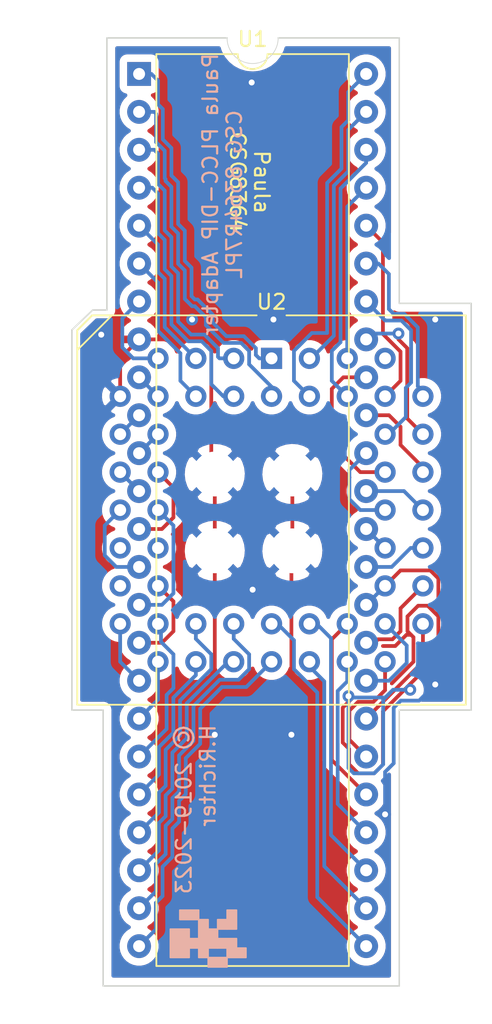
<source format=kicad_pcb>
(kicad_pcb (version 20171130) (host pcbnew "(5.1.6-0)")

  (general
    (thickness 1.6)
    (drawings 19)
    (tracks 375)
    (zones 0)
    (modules 7)
    (nets 53)
  )

  (page A4)
  (layers
    (0 F.Cu signal)
    (31 B.Cu signal)
    (32 B.Adhes user)
    (33 F.Adhes user)
    (34 B.Paste user)
    (35 F.Paste user)
    (36 B.SilkS user)
    (37 F.SilkS user)
    (38 B.Mask user)
    (39 F.Mask user)
    (40 Dwgs.User user)
    (41 Cmts.User user)
    (42 Eco1.User user)
    (43 Eco2.User user)
    (44 Edge.Cuts user)
    (45 Margin user)
    (46 B.CrtYd user)
    (47 F.CrtYd user)
    (48 B.Fab user)
    (49 F.Fab user)
  )

  (setup
    (last_trace_width 0.25)
    (trace_clearance 0.2)
    (zone_clearance 0.508)
    (zone_45_only no)
    (trace_min 0.2)
    (via_size 0.8)
    (via_drill 0.4)
    (via_min_size 0.4)
    (via_min_drill 0.3)
    (uvia_size 0.3)
    (uvia_drill 0.1)
    (uvias_allowed no)
    (uvia_min_size 0.2)
    (uvia_min_drill 0.1)
    (edge_width 0.05)
    (segment_width 0.2)
    (pcb_text_width 0.3)
    (pcb_text_size 1.5 1.5)
    (mod_edge_width 0.12)
    (mod_text_size 1 1)
    (mod_text_width 0.15)
    (pad_size 1.524 1.524)
    (pad_drill 0.762)
    (pad_to_mask_clearance -0.2)
    (pad_to_paste_clearance -0.2)
    (aux_axis_origin 0 0)
    (visible_elements FFFFFF7F)
    (pcbplotparams
      (layerselection 0x010fc_ffffffff)
      (usegerberextensions true)
      (usegerberattributes false)
      (usegerberadvancedattributes false)
      (creategerberjobfile false)
      (excludeedgelayer true)
      (linewidth 0.100000)
      (plotframeref false)
      (viasonmask false)
      (mode 1)
      (useauxorigin false)
      (hpglpennumber 1)
      (hpglpenspeed 20)
      (hpglpendiameter 15.000000)
      (psnegative false)
      (psa4output false)
      (plotreference true)
      (plotvalue true)
      (plotinvisibletext false)
      (padsonsilk false)
      (subtractmaskfromsilk false)
      (outputformat 1)
      (mirror false)
      (drillshape 0)
      (scaleselection 1)
      (outputdirectory "Paula_Gerber/"))
  )

  (net 0 "")
  (net 1 /DRD7)
  (net 2 /DRD8)
  (net 3 /DRD9)
  (net 4 /DRD10)
  (net 5 /DRD11)
  (net 6 /DRD12)
  (net 7 /DRD13)
  (net 8 /DRD14)
  (net 9 /RGA1)
  (net 10 /DRD15)
  (net 11 /RGA2)
  (net 12 /RGA3)
  (net 13 /RGA4)
  (net 14 /RGA5)
  (net 15 /CCK)
  (net 16 /RGA6)
  (net 17 /RGA7)
  (net 18 /RGA8)
  (net 19 /DRD0)
  (net 20 /DRD1)
  (net 21 /DRD2)
  (net 22 /DRD3)
  (net 23 /DRD4)
  (net 24 /DRD5)
  (net 25 /DRD6)
  (net 26 "Net-(U2-Pad47)")
  (net 27 /INT6)
  (net 28 /_RXD)
  (net 29 /INT3)
  (net 30 /_TXD)
  (net 31 /INT2)
  (net 32 /DKWE)
  (net 33 /IPL2)
  (net 34 /_DKWD)
  (net 35 /IPL1)
  (net 36 /_DKRD)
  (net 37 /IPL0)
  (net 38 /P1Y)
  (net 39 /DMAL)
  (net 40 /P1X)
  (net 41 /RST)
  (net 42 /A_GND)
  (net 43 /P0Y)
  (net 44 /P0X)
  (net 45 /GND)
  (net 46 /LEFT)
  (net 47 /RIGHT)
  (net 48 /CCKQ)
  (net 49 /VCC)
  (net 50 "Net-(U2-Pad18)")
  (net 51 "Net-(U2-Pad16)")
  (net 52 "Net-(U2-Pad17)")

  (net_class Default "Dies ist die voreingestellte Netzklasse."
    (clearance 0.2)
    (trace_width 0.25)
    (via_dia 0.8)
    (via_drill 0.4)
    (uvia_dia 0.3)
    (uvia_drill 0.1)
    (add_net /A_GND)
    (add_net /CCK)
    (add_net /CCKQ)
    (add_net /DKWE)
    (add_net /DMAL)
    (add_net /DRD0)
    (add_net /DRD1)
    (add_net /DRD10)
    (add_net /DRD11)
    (add_net /DRD12)
    (add_net /DRD13)
    (add_net /DRD14)
    (add_net /DRD15)
    (add_net /DRD2)
    (add_net /DRD3)
    (add_net /DRD4)
    (add_net /DRD5)
    (add_net /DRD6)
    (add_net /DRD7)
    (add_net /DRD8)
    (add_net /DRD9)
    (add_net /GND)
    (add_net /INT2)
    (add_net /INT3)
    (add_net /INT6)
    (add_net /IPL0)
    (add_net /IPL1)
    (add_net /IPL2)
    (add_net /LEFT)
    (add_net /P0X)
    (add_net /P0Y)
    (add_net /P1X)
    (add_net /P1Y)
    (add_net /RGA1)
    (add_net /RGA2)
    (add_net /RGA3)
    (add_net /RGA4)
    (add_net /RGA5)
    (add_net /RGA6)
    (add_net /RGA7)
    (add_net /RGA8)
    (add_net /RIGHT)
    (add_net /RST)
    (add_net /VCC)
    (add_net /_DKRD)
    (add_net /_DKWD)
    (add_net /_RXD)
    (add_net /_TXD)
    (add_net "Net-(U2-Pad16)")
    (add_net "Net-(U2-Pad17)")
    (add_net "Net-(U2-Pad18)")
    (add_net "Net-(U2-Pad47)")
  )

  (module Package_LCC:PLCC-52_THT-Socket (layer F.Cu) (tedit 5A02ECC8) (tstamp 64037D04)
    (at 38.5445 49.403)
    (descr "PLCC, 52 pins, through hole")
    (tags "plcc leaded")
    (path /6407A8DE)
    (fp_text reference U2 (at 0 -3.78) (layer F.SilkS)
      (effects (font (size 1 1) (thickness 0.15)))
    )
    (fp_text value Paula_PLCC (at 0 24.1) (layer F.Fab)
      (effects (font (size 1 1) (thickness 0.15)))
    )
    (fp_line (start 13.04 -2.88) (end 1 -2.88) (layer F.SilkS) (width 0.12))
    (fp_line (start 13.04 23.2) (end 13.04 -2.88) (layer F.SilkS) (width 0.12))
    (fp_line (start -13.04 23.2) (end 13.04 23.2) (layer F.SilkS) (width 0.12))
    (fp_line (start -13.04 -1.88) (end -13.04 23.2) (layer F.SilkS) (width 0.12))
    (fp_line (start -12.04 -2.88) (end -13.04 -1.88) (layer F.SilkS) (width 0.12))
    (fp_line (start -1 -2.88) (end -12.04 -2.88) (layer F.SilkS) (width 0.12))
    (fp_line (start 0 -1.78) (end 0.5 -2.78) (layer F.Fab) (width 0.1))
    (fp_line (start -0.5 -2.78) (end 0 -1.78) (layer F.Fab) (width 0.1))
    (fp_line (start 10.4 -0.24) (end -10.4 -0.24) (layer F.Fab) (width 0.1))
    (fp_line (start 10.4 20.56) (end 10.4 -0.24) (layer F.Fab) (width 0.1))
    (fp_line (start -10.4 20.56) (end 10.4 20.56) (layer F.Fab) (width 0.1))
    (fp_line (start -10.4 -0.24) (end -10.4 20.56) (layer F.Fab) (width 0.1))
    (fp_line (start 13.4 -3.24) (end -13.4 -3.24) (layer F.CrtYd) (width 0.05))
    (fp_line (start 13.4 23.56) (end 13.4 -3.24) (layer F.CrtYd) (width 0.05))
    (fp_line (start -13.4 23.56) (end 13.4 23.56) (layer F.CrtYd) (width 0.05))
    (fp_line (start -13.4 -3.24) (end -13.4 23.56) (layer F.CrtYd) (width 0.05))
    (fp_line (start 12.94 -2.78) (end -11.94 -2.78) (layer F.Fab) (width 0.1))
    (fp_line (start 12.94 23.1) (end 12.94 -2.78) (layer F.Fab) (width 0.1))
    (fp_line (start -12.94 23.1) (end 12.94 23.1) (layer F.Fab) (width 0.1))
    (fp_line (start -12.94 -1.78) (end -12.94 23.1) (layer F.Fab) (width 0.1))
    (fp_line (start -11.94 -2.78) (end -12.94 -1.78) (layer F.Fab) (width 0.1))
    (fp_text user %R (at 0 10.16) (layer F.Fab)
      (effects (font (size 1 1) (thickness 0.15)))
    )
    (pad 46 thru_hole circle (at 10.16 2.54) (size 1.4224 1.4224) (drill 0.8) (layers *.Cu *.Mask)
      (net 8 /DRD14))
    (pad 44 thru_hole circle (at 10.16 5.08) (size 1.4224 1.4224) (drill 0.8) (layers *.Cu *.Mask)
      (net 28 /_RXD))
    (pad 42 thru_hole circle (at 10.16 7.62) (size 1.4224 1.4224) (drill 0.8) (layers *.Cu *.Mask)
      (net 32 /DKWE))
    (pad 40 thru_hole circle (at 10.16 10.16) (size 1.4224 1.4224) (drill 0.8) (layers *.Cu *.Mask)
      (net 36 /_DKRD))
    (pad 38 thru_hole circle (at 10.16 12.7) (size 1.4224 1.4224) (drill 0.8) (layers *.Cu *.Mask)
      (net 40 /P1X))
    (pad 36 thru_hole circle (at 10.16 15.24) (size 1.4224 1.4224) (drill 0.8) (layers *.Cu *.Mask)
      (net 43 /P0Y))
    (pad 47 thru_hole circle (at 7.62 0) (size 1.4224 1.4224) (drill 0.8) (layers *.Cu *.Mask)
      (net 26 "Net-(U2-Pad47)"))
    (pad 45 thru_hole circle (at 7.62 5.08) (size 1.4224 1.4224) (drill 0.8) (layers *.Cu *.Mask)
      (net 10 /DRD15))
    (pad 43 thru_hole circle (at 7.62 7.62) (size 1.4224 1.4224) (drill 0.8) (layers *.Cu *.Mask)
      (net 30 /_TXD))
    (pad 41 thru_hole circle (at 7.62 10.16) (size 1.4224 1.4224) (drill 0.8) (layers *.Cu *.Mask)
      (net 34 /_DKWD))
    (pad 39 thru_hole circle (at 7.62 12.7) (size 1.4224 1.4224) (drill 0.8) (layers *.Cu *.Mask)
      (net 38 /P1Y))
    (pad 37 thru_hole circle (at 7.62 15.24) (size 1.4224 1.4224) (drill 0.8) (layers *.Cu *.Mask)
      (net 42 /A_GND))
    (pad 35 thru_hole circle (at 7.62 17.78) (size 1.4224 1.4224) (drill 0.8) (layers *.Cu *.Mask)
      (net 44 /P0X))
    (pad 33 thru_hole circle (at 7.62 20.32) (size 1.4224 1.4224) (drill 0.8) (layers *.Cu *.Mask)
      (net 47 /RIGHT))
    (pad 31 thru_hole circle (at 5.08 20.32) (size 1.4224 1.4224) (drill 0.8) (layers *.Cu *.Mask)
      (net 15 /CCK))
    (pad 29 thru_hole circle (at 2.54 20.32) (size 1.4224 1.4224) (drill 0.8) (layers *.Cu *.Mask)
      (net 9 /RGA1))
    (pad 27 thru_hole circle (at 0 20.32) (size 1.4224 1.4224) (drill 0.8) (layers *.Cu *.Mask)
      (net 12 /RGA3))
    (pad 25 thru_hole circle (at -2.54 20.32) (size 1.4224 1.4224) (drill 0.8) (layers *.Cu *.Mask)
      (net 14 /RGA5))
    (pad 23 thru_hole circle (at -5.08 20.32) (size 1.4224 1.4224) (drill 0.8) (layers *.Cu *.Mask)
      (net 17 /RGA7))
    (pad 21 thru_hole circle (at -7.62 20.32) (size 1.4224 1.4224) (drill 0.8) (layers *.Cu *.Mask)
      (net 27 /INT6))
    (pad 34 thru_hole circle (at 10.16 17.78) (size 1.4224 1.4224) (drill 0.8) (layers *.Cu *.Mask)
      (net 46 /LEFT))
    (pad 32 thru_hole circle (at 5.08 17.78) (size 1.4224 1.4224) (drill 0.8) (layers *.Cu *.Mask)
      (net 48 /CCKQ))
    (pad 30 thru_hole circle (at 2.54 17.78) (size 1.4224 1.4224) (drill 0.8) (layers *.Cu *.Mask)
      (net 49 /VCC))
    (pad 28 thru_hole circle (at 0 17.78) (size 1.4224 1.4224) (drill 0.8) (layers *.Cu *.Mask)
      (net 11 /RGA2))
    (pad 26 thru_hole circle (at -2.54 17.78) (size 1.4224 1.4224) (drill 0.8) (layers *.Cu *.Mask)
      (net 13 /RGA4))
    (pad 24 thru_hole circle (at -5.08 17.78) (size 1.4224 1.4224) (drill 0.8) (layers *.Cu *.Mask)
      (net 16 /RGA6))
    (pad 22 thru_hole circle (at -7.62 17.78) (size 1.4224 1.4224) (drill 0.8) (layers *.Cu *.Mask)
      (net 18 /RGA8))
    (pad 20 thru_hole circle (at -10.16 17.78) (size 1.4224 1.4224) (drill 0.8) (layers *.Cu *.Mask)
      (net 29 /INT3))
    (pad 18 thru_hole circle (at -10.16 15.24) (size 1.4224 1.4224) (drill 0.8) (layers *.Cu *.Mask)
      (net 50 "Net-(U2-Pad18)"))
    (pad 16 thru_hole circle (at -10.16 12.7) (size 1.4224 1.4224) (drill 0.8) (layers *.Cu *.Mask)
      (net 51 "Net-(U2-Pad16)"))
    (pad 14 thru_hole circle (at -10.16 10.16) (size 1.4224 1.4224) (drill 0.8) (layers *.Cu *.Mask)
      (net 35 /IPL1))
    (pad 12 thru_hole circle (at -10.16 7.62) (size 1.4224 1.4224) (drill 0.8) (layers *.Cu *.Mask)
      (net 39 /DMAL))
    (pad 10 thru_hole circle (at -10.16 5.08) (size 1.4224 1.4224) (drill 0.8) (layers *.Cu *.Mask)
      (net 19 /DRD0))
    (pad 8 thru_hole circle (at -10.16 2.54) (size 1.4224 1.4224) (drill 0.8) (layers *.Cu *.Mask)
      (net 45 /GND))
    (pad 19 thru_hole circle (at -7.62 15.24) (size 1.4224 1.4224) (drill 0.8) (layers *.Cu *.Mask)
      (net 31 /INT2))
    (pad 17 thru_hole circle (at -7.62 12.7) (size 1.4224 1.4224) (drill 0.8) (layers *.Cu *.Mask)
      (net 52 "Net-(U2-Pad17)"))
    (pad 15 thru_hole circle (at -7.62 10.16) (size 1.4224 1.4224) (drill 0.8) (layers *.Cu *.Mask)
      (net 33 /IPL2))
    (pad 13 thru_hole circle (at -7.62 7.62) (size 1.4224 1.4224) (drill 0.8) (layers *.Cu *.Mask)
      (net 37 /IPL0))
    (pad 11 thru_hole circle (at -7.62 5.08) (size 1.4224 1.4224) (drill 0.8) (layers *.Cu *.Mask)
      (net 41 /RST))
    (pad 9 thru_hole circle (at -7.62 2.54) (size 1.4224 1.4224) (drill 0.8) (layers *.Cu *.Mask)
      (net 20 /DRD1))
    (pad 49 thru_hole circle (at 5.08 0) (size 1.4224 1.4224) (drill 0.8) (layers *.Cu *.Mask)
      (net 6 /DRD12))
    (pad 51 thru_hole circle (at 2.54 0) (size 1.4224 1.4224) (drill 0.8) (layers *.Cu *.Mask)
      (net 4 /DRD10))
    (pad 7 thru_hole circle (at -7.62 0) (size 1.4224 1.4224) (drill 0.8) (layers *.Cu *.Mask)
      (net 21 /DRD2))
    (pad 5 thru_hole circle (at -5.08 0) (size 1.4224 1.4224) (drill 0.8) (layers *.Cu *.Mask)
      (net 23 /DRD4))
    (pad 3 thru_hole circle (at -2.54 0) (size 1.4224 1.4224) (drill 0.8) (layers *.Cu *.Mask)
      (net 25 /DRD6))
    (pad 1 thru_hole rect (at 0 0) (size 1.4224 1.4224) (drill 0.8) (layers *.Cu *.Mask)
      (net 2 /DRD8))
    (pad 48 thru_hole circle (at 7.62 2.54) (size 1.4224 1.4224) (drill 0.8) (layers *.Cu *.Mask)
      (net 7 /DRD13))
    (pad 50 thru_hole circle (at 5.08 2.54) (size 1.4224 1.4224) (drill 0.8) (layers *.Cu *.Mask)
      (net 5 /DRD11))
    (pad 52 thru_hole circle (at 2.54 2.54) (size 1.4224 1.4224) (drill 0.8) (layers *.Cu *.Mask)
      (net 3 /DRD9))
    (pad 6 thru_hole circle (at -5.08 2.54) (size 1.4224 1.4224) (drill 0.8) (layers *.Cu *.Mask)
      (net 22 /DRD3))
    (pad 4 thru_hole circle (at -2.54 2.54) (size 1.4224 1.4224) (drill 0.8) (layers *.Cu *.Mask)
      (net 24 /DRD5))
    (pad 2 thru_hole circle (at 0 2.54) (size 1.4224 1.4224) (drill 0.8) (layers *.Cu *.Mask)
      (net 1 /DRD7))
    (model ${KISYS3DMOD}/Package_LCC.3dshapes/PLCC-52_THT-Socket.wrl
      (at (xyz 0 0 0))
      (scale (xyz 1 1 1))
      (rotate (xyz 0 0 0))
    )
  )

  (module Package_DIP:DIP-48_W15.24mm (layer F.Cu) (tedit 5A02E8C5) (tstamp 64038288)
    (at 29.6545 30.353)
    (descr "48-lead though-hole mounted DIP package, row spacing 15.24 mm (600 mils)")
    (tags "THT DIP DIL PDIP 2.54mm 15.24mm 600mil")
    (path /64043FF9)
    (fp_text reference U1 (at 7.62 -2.33) (layer F.SilkS)
      (effects (font (size 1 1) (thickness 0.15)))
    )
    (fp_text value Paula_DIP (at 7.62 60.75) (layer F.Fab)
      (effects (font (size 1 1) (thickness 0.15)))
    )
    (fp_line (start 16.3 -1.55) (end -1.05 -1.55) (layer F.CrtYd) (width 0.05))
    (fp_line (start 16.3 59.95) (end 16.3 -1.55) (layer F.CrtYd) (width 0.05))
    (fp_line (start -1.05 59.95) (end 16.3 59.95) (layer F.CrtYd) (width 0.05))
    (fp_line (start -1.05 -1.55) (end -1.05 59.95) (layer F.CrtYd) (width 0.05))
    (fp_line (start 14.08 -1.33) (end 8.62 -1.33) (layer F.SilkS) (width 0.12))
    (fp_line (start 14.08 59.75) (end 14.08 -1.33) (layer F.SilkS) (width 0.12))
    (fp_line (start 1.16 59.75) (end 14.08 59.75) (layer F.SilkS) (width 0.12))
    (fp_line (start 1.16 -1.33) (end 1.16 59.75) (layer F.SilkS) (width 0.12))
    (fp_line (start 6.62 -1.33) (end 1.16 -1.33) (layer F.SilkS) (width 0.12))
    (fp_line (start 0.255 -0.27) (end 1.255 -1.27) (layer F.Fab) (width 0.1))
    (fp_line (start 0.255 59.69) (end 0.255 -0.27) (layer F.Fab) (width 0.1))
    (fp_line (start 14.985 59.69) (end 0.255 59.69) (layer F.Fab) (width 0.1))
    (fp_line (start 14.985 -1.27) (end 14.985 59.69) (layer F.Fab) (width 0.1))
    (fp_line (start 1.255 -1.27) (end 14.985 -1.27) (layer F.Fab) (width 0.1))
    (fp_text user %R (at 7.62 29.21) (layer F.Fab)
      (effects (font (size 1 1) (thickness 0.15)))
    )
    (fp_arc (start 7.62 -1.33) (end 6.62 -1.33) (angle -180) (layer F.SilkS) (width 0.12))
    (pad 48 thru_hole oval (at 15.24 0) (size 1.6 1.6) (drill 0.8) (layers *.Cu *.Mask)
      (net 3 /DRD9))
    (pad 24 thru_hole oval (at 0 58.42) (size 1.6 1.6) (drill 0.8) (layers *.Cu *.Mask)
      (net 12 /RGA3))
    (pad 47 thru_hole oval (at 15.24 2.54) (size 1.6 1.6) (drill 0.8) (layers *.Cu *.Mask)
      (net 4 /DRD10))
    (pad 23 thru_hole oval (at 0 55.88) (size 1.6 1.6) (drill 0.8) (layers *.Cu *.Mask)
      (net 13 /RGA4))
    (pad 46 thru_hole oval (at 15.24 5.08) (size 1.6 1.6) (drill 0.8) (layers *.Cu *.Mask)
      (net 5 /DRD11))
    (pad 22 thru_hole oval (at 0 53.34) (size 1.6 1.6) (drill 0.8) (layers *.Cu *.Mask)
      (net 14 /RGA5))
    (pad 45 thru_hole oval (at 15.24 7.62) (size 1.6 1.6) (drill 0.8) (layers *.Cu *.Mask)
      (net 6 /DRD12))
    (pad 21 thru_hole oval (at 0 50.8) (size 1.6 1.6) (drill 0.8) (layers *.Cu *.Mask)
      (net 16 /RGA6))
    (pad 44 thru_hole oval (at 15.24 10.16) (size 1.6 1.6) (drill 0.8) (layers *.Cu *.Mask)
      (net 7 /DRD13))
    (pad 20 thru_hole oval (at 0 48.26) (size 1.6 1.6) (drill 0.8) (layers *.Cu *.Mask)
      (net 17 /RGA7))
    (pad 43 thru_hole oval (at 15.24 12.7) (size 1.6 1.6) (drill 0.8) (layers *.Cu *.Mask)
      (net 8 /DRD14))
    (pad 19 thru_hole oval (at 0 45.72) (size 1.6 1.6) (drill 0.8) (layers *.Cu *.Mask)
      (net 18 /RGA8))
    (pad 42 thru_hole oval (at 15.24 15.24) (size 1.6 1.6) (drill 0.8) (layers *.Cu *.Mask)
      (net 10 /DRD15))
    (pad 18 thru_hole oval (at 0 43.18) (size 1.6 1.6) (drill 0.8) (layers *.Cu *.Mask)
      (net 27 /INT6))
    (pad 41 thru_hole oval (at 15.24 17.78) (size 1.6 1.6) (drill 0.8) (layers *.Cu *.Mask)
      (net 28 /_RXD))
    (pad 17 thru_hole oval (at 0 40.64) (size 1.6 1.6) (drill 0.8) (layers *.Cu *.Mask)
      (net 29 /INT3))
    (pad 40 thru_hole oval (at 15.24 20.32) (size 1.6 1.6) (drill 0.8) (layers *.Cu *.Mask)
      (net 30 /_TXD))
    (pad 16 thru_hole oval (at 0 38.1) (size 1.6 1.6) (drill 0.8) (layers *.Cu *.Mask)
      (net 31 /INT2))
    (pad 39 thru_hole oval (at 15.24 22.86) (size 1.6 1.6) (drill 0.8) (layers *.Cu *.Mask)
      (net 32 /DKWE))
    (pad 15 thru_hole oval (at 0 35.56) (size 1.6 1.6) (drill 0.8) (layers *.Cu *.Mask)
      (net 33 /IPL2))
    (pad 38 thru_hole oval (at 15.24 25.4) (size 1.6 1.6) (drill 0.8) (layers *.Cu *.Mask)
      (net 34 /_DKWD))
    (pad 14 thru_hole oval (at 0 33.02) (size 1.6 1.6) (drill 0.8) (layers *.Cu *.Mask)
      (net 35 /IPL1))
    (pad 37 thru_hole oval (at 15.24 27.94) (size 1.6 1.6) (drill 0.8) (layers *.Cu *.Mask)
      (net 36 /_DKRD))
    (pad 13 thru_hole oval (at 0 30.48) (size 1.6 1.6) (drill 0.8) (layers *.Cu *.Mask)
      (net 37 /IPL0))
    (pad 36 thru_hole oval (at 15.24 30.48) (size 1.6 1.6) (drill 0.8) (layers *.Cu *.Mask)
      (net 38 /P1Y))
    (pad 12 thru_hole oval (at 0 27.94) (size 1.6 1.6) (drill 0.8) (layers *.Cu *.Mask)
      (net 39 /DMAL))
    (pad 35 thru_hole oval (at 15.24 33.02) (size 1.6 1.6) (drill 0.8) (layers *.Cu *.Mask)
      (net 40 /P1X))
    (pad 11 thru_hole oval (at 0 25.4) (size 1.6 1.6) (drill 0.8) (layers *.Cu *.Mask)
      (net 41 /RST))
    (pad 34 thru_hole oval (at 15.24 35.56) (size 1.6 1.6) (drill 0.8) (layers *.Cu *.Mask)
      (net 42 /A_GND))
    (pad 10 thru_hole oval (at 0 22.86) (size 1.6 1.6) (drill 0.8) (layers *.Cu *.Mask)
      (net 19 /DRD0))
    (pad 33 thru_hole oval (at 15.24 38.1) (size 1.6 1.6) (drill 0.8) (layers *.Cu *.Mask)
      (net 43 /P0Y))
    (pad 9 thru_hole oval (at 0 20.32) (size 1.6 1.6) (drill 0.8) (layers *.Cu *.Mask)
      (net 20 /DRD1))
    (pad 32 thru_hole oval (at 15.24 40.64) (size 1.6 1.6) (drill 0.8) (layers *.Cu *.Mask)
      (net 44 /P0X))
    (pad 8 thru_hole oval (at 0 17.78) (size 1.6 1.6) (drill 0.8) (layers *.Cu *.Mask)
      (net 45 /GND))
    (pad 31 thru_hole oval (at 15.24 43.18) (size 1.6 1.6) (drill 0.8) (layers *.Cu *.Mask)
      (net 46 /LEFT))
    (pad 7 thru_hole oval (at 0 15.24) (size 1.6 1.6) (drill 0.8) (layers *.Cu *.Mask)
      (net 21 /DRD2))
    (pad 30 thru_hole oval (at 15.24 45.72) (size 1.6 1.6) (drill 0.8) (layers *.Cu *.Mask)
      (net 47 /RIGHT))
    (pad 6 thru_hole oval (at 0 12.7) (size 1.6 1.6) (drill 0.8) (layers *.Cu *.Mask)
      (net 22 /DRD3))
    (pad 29 thru_hole oval (at 15.24 48.26) (size 1.6 1.6) (drill 0.8) (layers *.Cu *.Mask)
      (net 48 /CCKQ))
    (pad 5 thru_hole oval (at 0 10.16) (size 1.6 1.6) (drill 0.8) (layers *.Cu *.Mask)
      (net 23 /DRD4))
    (pad 28 thru_hole oval (at 15.24 50.8) (size 1.6 1.6) (drill 0.8) (layers *.Cu *.Mask)
      (net 15 /CCK))
    (pad 4 thru_hole oval (at 0 7.62) (size 1.6 1.6) (drill 0.8) (layers *.Cu *.Mask)
      (net 24 /DRD5))
    (pad 27 thru_hole oval (at 15.24 53.34) (size 1.6 1.6) (drill 0.8) (layers *.Cu *.Mask)
      (net 49 /VCC))
    (pad 3 thru_hole oval (at 0 5.08) (size 1.6 1.6) (drill 0.8) (layers *.Cu *.Mask)
      (net 25 /DRD6))
    (pad 26 thru_hole oval (at 15.24 55.88) (size 1.6 1.6) (drill 0.8) (layers *.Cu *.Mask)
      (net 9 /RGA1))
    (pad 2 thru_hole oval (at 0 2.54) (size 1.6 1.6) (drill 0.8) (layers *.Cu *.Mask)
      (net 1 /DRD7))
    (pad 25 thru_hole oval (at 15.24 58.42) (size 1.6 1.6) (drill 0.8) (layers *.Cu *.Mask)
      (net 11 /RGA2))
    (pad 1 thru_hole rect (at 0 0) (size 1.6 1.6) (drill 0.8) (layers *.Cu *.Mask)
      (net 2 /DRD8))
    (model ${KISYS3DMOD}/Package_DIP.3dshapes/DIP-48_W15.24mm.wrl
      (at (xyz 0 0 0))
      (scale (xyz 1 1 1))
      (rotate (xyz 0 0 0))
    )
  )

  (module Bax:baxlogo (layer B.Cu) (tedit 5D2B3466) (tstamp 5E0428F1)
    (at 34.29 88.265 270)
    (fp_text reference REF** (at 0 -3.81 270) (layer B.SilkS) hide
      (effects (font (size 1 1) (thickness 0.15)) (justify mirror))
    )
    (fp_text value baxlogo (at 0 3.6322 270) (layer B.Fab)
      (effects (font (size 1 1) (thickness 0.15)) (justify mirror))
    )
    (fp_poly (pts (xy -0.635 -1.27) (xy -0.635 -1.905) (xy -1.905 -1.905) (xy -1.905 -1.27)) (layer B.SilkS) (width 0.1))
    (fp_poly (pts (xy -0.635 -0.635) (xy -0.635 -1.27) (xy -1.27 -1.27) (xy -1.27 -0.635)) (layer B.SilkS) (width 0.1))
    (fp_poly (pts (xy 0.635 -1.27) (xy 1.27 -1.27) (xy 1.27 -2.54) (xy 0.635 -2.54)) (layer B.SilkS) (width 0.1))
    (fp_poly (pts (xy 0.635 -0.635) (xy 0.635 -1.905) (xy 0 -1.905) (xy 0 -0.635)) (layer B.SilkS) (width 0.1))
    (fp_poly (pts (xy 0.635 0) (xy 0.635 -0.635) (xy -0.635 -0.635) (xy -0.635 0)) (layer B.SilkS) (width 0.1))
    (fp_poly (pts (xy 1.27 0) (xy 1.27 -1.27) (xy 1.905 -1.27) (xy 1.905 0)) (layer B.SilkS) (width 0.1))
    (fp_poly (pts (xy -0.635 0.635) (xy 1.27 0.635) (xy 1.27 0) (xy -0.635 0)) (layer B.SilkS) (width 0.1))
    (fp_poly (pts (xy -1.27 0.635) (xy -1.27 1.905) (xy -1.905 1.905) (xy -1.905 0.635)) (layer B.SilkS) (width 0.1))
    (fp_poly (pts (xy -0.635 0.635) (xy -1.27 0.635) (xy -1.27 0) (xy -0.635 0)) (layer B.SilkS) (width 0.1))
    (fp_poly (pts (xy 0 1.27) (xy 0 0.635) (xy 0.635 0.635) (xy 0.635 1.27)) (layer B.SilkS) (width 0.1))
    (fp_poly (pts (xy -0.635 2.54) (xy 1.27 2.54) (xy 1.27 1.27) (xy -0.635 1.27)) (layer B.SilkS) (width 0.1))
  )

  (module MountingHole:MountingHole_3mm (layer F.Cu) (tedit 56D1B4CB) (tstamp 5E03D225)
    (at 34.7345 57.15)
    (descr "Mounting Hole 3mm, no annular")
    (tags "mounting hole 3mm no annular")
    (path /5E056143)
    (attr virtual)
    (fp_text reference J4 (at 0 -4) (layer F.SilkS) hide
      (effects (font (size 1 1) (thickness 0.15)))
    )
    (fp_text value Conn_01x01 (at 0 4) (layer F.Fab)
      (effects (font (size 1 1) (thickness 0.15)))
    )
    (fp_circle (center 0 0) (end 3 0) (layer Cmts.User) (width 0.15))
    (fp_circle (center 0 0) (end 3.25 0) (layer F.CrtYd) (width 0.05))
    (fp_text user %R (at 0.3 0) (layer F.Fab)
      (effects (font (size 1 1) (thickness 0.15)))
    )
    (pad 1 np_thru_hole circle (at 0 0) (size 3 3) (drill 3) (layers *.Cu *.Mask)
      (net 45 /GND))
  )

  (module MountingHole:MountingHole_3mm (layer F.Cu) (tedit 56D1B4CB) (tstamp 5E03CEDB)
    (at 39.9415 62.2935)
    (descr "Mounting Hole 3mm, no annular")
    (tags "mounting hole 3mm no annular")
    (path /5E055F22)
    (attr virtual)
    (fp_text reference J3 (at 0 -4) (layer F.SilkS) hide
      (effects (font (size 1 1) (thickness 0.15)))
    )
    (fp_text value Conn_01x01 (at 0 4) (layer F.Fab)
      (effects (font (size 1 1) (thickness 0.15)))
    )
    (fp_circle (center 0 0) (end 3 0) (layer Cmts.User) (width 0.15))
    (fp_circle (center 0 0) (end 3.25 0) (layer F.CrtYd) (width 0.05))
    (fp_text user %R (at 0.3 0) (layer F.Fab)
      (effects (font (size 1 1) (thickness 0.15)))
    )
    (pad 1 np_thru_hole circle (at 0 0) (size 3 3) (drill 3) (layers *.Cu *.Mask)
      (net 45 /GND))
  )

  (module MountingHole:MountingHole_3mm (layer F.Cu) (tedit 56D1B4CB) (tstamp 5E03CED3)
    (at 34.7345 62.2935)
    (descr "Mounting Hole 3mm, no annular")
    (tags "mounting hole 3mm no annular")
    (path /5E055CB9)
    (attr virtual)
    (fp_text reference J2 (at 0 -4) (layer F.SilkS) hide
      (effects (font (size 1 1) (thickness 0.15)))
    )
    (fp_text value Conn_01x01 (at 0 4) (layer F.Fab)
      (effects (font (size 1 1) (thickness 0.15)))
    )
    (fp_circle (center 0 0) (end 3 0) (layer Cmts.User) (width 0.15))
    (fp_circle (center 0 0) (end 3.25 0) (layer F.CrtYd) (width 0.05))
    (fp_text user %R (at 0.3 0) (layer F.Fab)
      (effects (font (size 1 1) (thickness 0.15)))
    )
    (pad 1 np_thru_hole circle (at 0 0) (size 3 3) (drill 3) (layers *.Cu *.Mask)
      (net 45 /GND))
  )

  (module MountingHole:MountingHole_3mm (layer F.Cu) (tedit 56D1B4CB) (tstamp 5E03CECB)
    (at 39.9415 57.15)
    (descr "Mounting Hole 3mm, no annular")
    (tags "mounting hole 3mm no annular")
    (path /5E05583E)
    (attr virtual)
    (fp_text reference J1 (at 0 -4) (layer F.SilkS) hide
      (effects (font (size 1 1) (thickness 0.15)))
    )
    (fp_text value Conn_01x01 (at 0 4) (layer F.Fab)
      (effects (font (size 1 1) (thickness 0.15)))
    )
    (fp_circle (center 0 0) (end 3 0) (layer Cmts.User) (width 0.15))
    (fp_circle (center 0 0) (end 3.25 0) (layer F.CrtYd) (width 0.05))
    (fp_text user %R (at 0.3 0) (layer F.Fab)
      (effects (font (size 1 1) (thickness 0.15)))
    )
    (pad 1 np_thru_hole circle (at 0 0) (size 3 3) (drill 3) (layers *.Cu *.Mask)
      (net 45 /GND))
  )

  (gr_text "Paula\nCSG8364" (at 37.084 37.592 270) (layer F.SilkS)
    (effects (font (size 1 1) (thickness 0.15)))
  )
  (gr_text "Paula PLCC-DIP Adapter\nCSG 8364R7PL" (at 35.2425 38.4175 90) (layer B.SilkS)
    (effects (font (size 1 1) (thickness 0.15)) (justify mirror))
  )
  (gr_line (start 25.527 48.8315) (end 27.813 46.5455) (layer F.SilkS) (width 0.12))
  (gr_line (start 26.543 46.1645) (end 27.4955 46.1645) (layer Edge.Cuts) (width 0.1) (tstamp 64038DC5))
  (gr_line (start 38.989 27.94) (end 47.117 27.94) (layer Edge.Cuts) (width 0.1) (tstamp 64006D36))
  (gr_arc (start 37.2745 27.94) (end 35.56 27.94) (angle -180) (layer Edge.Cuts) (width 0.05))
  (gr_text "© 2019-2023\nH.Richter" (at 33.4645 73.8505 90) (layer B.SilkS)
    (effects (font (size 1 1) (thickness 0.15)) (justify left mirror))
  )
  (gr_line (start 47.117 27.94) (end 47.117 45.72) (layer Edge.Cuts) (width 0.1))
  (gr_line (start 27.4955 27.94) (end 35.56 27.94) (layer Edge.Cuts) (width 0.1))
  (gr_line (start 27.4955 46.1645) (end 27.4955 27.94) (layer Edge.Cuts) (width 0.1))
  (gr_line (start 25.146 47.498) (end 26.543 46.1645) (layer Edge.Cuts) (width 0.1))
  (gr_line (start 25.146 72.9615) (end 25.146 47.498) (layer Edge.Cuts) (width 0.1))
  (gr_line (start 27.2415 72.9615) (end 25.146 72.9615) (layer Edge.Cuts) (width 0.1))
  (gr_line (start 27.2415 91.44) (end 27.2415 72.9615) (layer Edge.Cuts) (width 0.1))
  (gr_line (start 47.117 91.44) (end 27.2415 91.44) (layer Edge.Cuts) (width 0.1))
  (gr_line (start 47.117 72.9615) (end 47.117 91.44) (layer Edge.Cuts) (width 0.1))
  (gr_line (start 51.943 72.9615) (end 47.117 72.9615) (layer Edge.Cuts) (width 0.1))
  (gr_line (start 51.943 45.72) (end 51.943 72.9615) (layer Edge.Cuts) (width 0.1))
  (gr_line (start 47.117 45.72) (end 51.943 45.72) (layer Edge.Cuts) (width 0.1))

  (segment (start 36.501877 48.366799) (end 35.326201 48.366799) (width 0.25) (layer B.Cu) (net 1))
  (segment (start 37.040701 48.905623) (end 36.501877 48.366799) (width 0.25) (layer B.Cu) (net 1))
  (segment (start 37.040701 49.804201) (end 37.040701 48.905623) (width 0.25) (layer B.Cu) (net 1))
  (segment (start 38.5445 51.308) (end 37.040701 49.804201) (width 0.25) (layer B.Cu) (net 1))
  (segment (start 38.5445 51.943) (end 38.5445 51.308) (width 0.25) (layer B.Cu) (net 1))
  (segment (start 35.326201 48.366799) (end 34.139902 47.1805) (width 0.25) (layer B.Cu) (net 1))
  (segment (start 34.139902 46.6559) (end 33.394502 45.9105) (width 0.25) (layer B.Cu) (net 1))
  (segment (start 34.139902 47.1805) (end 34.139902 46.6559) (width 0.25) (layer B.Cu) (net 1))
  (segment (start 33.2105 45.9105) (end 32.724538 45.424538) (width 0.25) (layer B.Cu) (net 1))
  (segment (start 33.394502 45.9105) (end 33.2105 45.9105) (width 0.25) (layer B.Cu) (net 1))
  (segment (start 32.724538 45.424538) (end 32.724537 43.515307) (width 0.25) (layer B.Cu) (net 1))
  (segment (start 32.274528 41.037528) (end 31.824518 40.587518) (width 0.25) (layer B.Cu) (net 1))
  (segment (start 32.274528 43.065298) (end 32.274528 41.037528) (width 0.25) (layer B.Cu) (net 1))
  (segment (start 32.724537 43.515307) (end 32.274528 43.065298) (width 0.25) (layer B.Cu) (net 1))
  (segment (start 31.824518 37.920518) (end 31.4325 37.5285) (width 0.25) (layer B.Cu) (net 1))
  (segment (start 31.824518 40.587518) (end 31.824518 37.920518) (width 0.25) (layer B.Cu) (net 1))
  (segment (start 31.4325 37.4015) (end 31.37451 37.34351) (width 0.25) (layer B.Cu) (net 1))
  (segment (start 31.37451 37.34351) (end 31.374509 35.500599) (width 0.25) (layer B.Cu) (net 1))
  (segment (start 31.4325 37.5285) (end 31.4325 37.4015) (width 0.25) (layer B.Cu) (net 1))
  (segment (start 31.374509 35.500599) (end 30.7975 34.92359) (width 0.25) (layer B.Cu) (net 1))
  (segment (start 30.7975 34.92359) (end 30.7975 33.02) (width 0.25) (layer B.Cu) (net 1))
  (segment (start 30.6705 32.893) (end 29.6545 32.893) (width 0.25) (layer B.Cu) (net 1))
  (segment (start 30.7975 33.02) (end 30.6705 32.893) (width 0.25) (layer B.Cu) (net 1))
  (segment (start 37.719 49.403) (end 37.490711 49.174711) (width 0.25) (layer B.Cu) (net 2))
  (segment (start 38.5445 49.403) (end 37.719 49.403) (width 0.25) (layer B.Cu) (net 2))
  (segment (start 36.688277 47.916789) (end 35.512601 47.916789) (width 0.25) (layer B.Cu) (net 2))
  (segment (start 37.49071 48.719222) (end 36.688277 47.916789) (width 0.25) (layer B.Cu) (net 2))
  (segment (start 37.490711 49.174711) (end 37.49071 48.719222) (width 0.25) (layer B.Cu) (net 2))
  (segment (start 33.580902 45.46049) (end 33.3969 45.46049) (width 0.25) (layer B.Cu) (net 2))
  (segment (start 34.589911 46.469499) (end 33.580902 45.46049) (width 0.25) (layer B.Cu) (net 2))
  (segment (start 34.589912 46.9941) (end 34.589911 46.469499) (width 0.25) (layer B.Cu) (net 2))
  (segment (start 35.512601 47.916789) (end 34.589912 46.9941) (width 0.25) (layer B.Cu) (net 2))
  (segment (start 33.174546 45.238136) (end 33.174546 43.328906) (width 0.25) (layer B.Cu) (net 2))
  (segment (start 33.3969 45.46049) (end 33.174546 45.238136) (width 0.25) (layer B.Cu) (net 2))
  (segment (start 33.174546 43.328906) (end 32.724538 42.878898) (width 0.25) (layer B.Cu) (net 2))
  (segment (start 32.724537 40.851127) (end 32.274528 40.401118) (width 0.25) (layer B.Cu) (net 2))
  (segment (start 32.724538 42.878898) (end 32.724537 40.851127) (width 0.25) (layer B.Cu) (net 2))
  (segment (start 32.274526 37.607116) (end 31.824518 37.157108) (width 0.25) (layer B.Cu) (net 2))
  (segment (start 32.274528 40.401118) (end 32.274526 37.607116) (width 0.25) (layer B.Cu) (net 2))
  (segment (start 31.824518 37.157108) (end 31.824518 35.314198) (width 0.25) (layer B.Cu) (net 2))
  (segment (start 31.24751 34.73719) (end 31.24751 32.70801) (width 0.25) (layer B.Cu) (net 2))
  (segment (start 31.824518 35.314198) (end 31.24751 34.73719) (width 0.25) (layer B.Cu) (net 2))
  (segment (start 31.24751 32.70801) (end 30.9245 32.385) (width 0.25) (layer B.Cu) (net 2))
  (segment (start 30.9245 32.385) (end 30.9245 30.7975) (width 0.25) (layer B.Cu) (net 2))
  (segment (start 30.48 30.353) (end 29.6545 30.353) (width 0.25) (layer B.Cu) (net 2))
  (segment (start 30.9245 30.7975) (end 30.48 30.353) (width 0.25) (layer B.Cu) (net 2))
  (segment (start 44.8945 30.353) (end 43.688 31.5595) (width 0.25) (layer B.Cu) (net 3))
  (segment (start 43.688 33.46309) (end 43.23799 33.9131) (width 0.25) (layer B.Cu) (net 3))
  (segment (start 43.688 31.5595) (end 43.688 33.46309) (width 0.25) (layer B.Cu) (net 3))
  (segment (start 43.23799 36.691688) (end 42.274472 37.655208) (width 0.25) (layer B.Cu) (net 3))
  (segment (start 43.23799 33.9131) (end 43.23799 36.691688) (width 0.25) (layer B.Cu) (net 3))
  (segment (start 42.274472 37.655208) (end 42.274472 47.703618) (width 0.25) (layer B.Cu) (net 3))
  (segment (start 42.274472 47.703618) (end 41.250304 47.703618) (width 0.25) (layer B.Cu) (net 3))
  (segment (start 41.250304 47.703618) (end 40.587123 48.366799) (width 0.25) (layer B.Cu) (net 3))
  (segment (start 40.587123 48.366799) (end 40.369617 48.584305) (width 0.25) (layer B.Cu) (net 3))
  (segment (start 40.048299 48.905623) (end 40.587123 48.366799) (width 0.25) (layer B.Cu) (net 3))
  (segment (start 40.048299 50.906799) (end 40.048299 48.905623) (width 0.25) (layer B.Cu) (net 3))
  (segment (start 41.0845 51.943) (end 40.048299 50.906799) (width 0.25) (layer B.Cu) (net 3))
  (segment (start 43.8785 33.909) (end 44.8945 32.893) (width 0.25) (layer B.Cu) (net 4))
  (segment (start 43.688 34.0995) (end 43.8785 33.909) (width 0.25) (layer B.Cu) (net 4))
  (segment (start 43.688 36.878088) (end 43.688 34.0995) (width 0.25) (layer B.Cu) (net 4))
  (segment (start 42.724481 37.841607) (end 43.688 36.878088) (width 0.25) (layer B.Cu) (net 4))
  (segment (start 42.72448 47.89002) (end 42.724481 37.841607) (width 0.25) (layer B.Cu) (net 4))
  (segment (start 41.2115 49.403) (end 42.72448 47.89002) (width 0.25) (layer B.Cu) (net 4))
  (segment (start 41.0845 49.403) (end 41.2115 49.403) (width 0.25) (layer B.Cu) (net 4))
  (segment (start 42.588299 48.905623) (end 43.17449 48.319432) (width 0.25) (layer B.Cu) (net 5))
  (segment (start 42.588299 50.906799) (end 42.588299 48.905623) (width 0.25) (layer B.Cu) (net 5))
  (segment (start 43.6245 51.943) (end 42.588299 50.906799) (width 0.25) (layer B.Cu) (net 5))
  (segment (start 44.8945 36.307998) (end 44.8945 35.433) (width 0.25) (layer B.Cu) (net 5))
  (segment (start 43.17449 38.028008) (end 44.8945 36.307998) (width 0.25) (layer B.Cu) (net 5))
  (segment (start 43.17449 48.319432) (end 43.17449 38.028008) (width 0.25) (layer B.Cu) (net 5))
  (segment (start 43.6245 39.243) (end 44.8945 37.973) (width 0.25) (layer B.Cu) (net 6))
  (segment (start 43.6245 49.403) (end 43.6245 39.243) (width 0.25) (layer B.Cu) (net 6))
  (segment (start 46.019501 41.638001) (end 46.019501 47.772203) (width 0.25) (layer F.Cu) (net 7))
  (segment (start 47.200701 50.906799) (end 46.1645 51.943) (width 0.25) (layer F.Cu) (net 7))
  (segment (start 47.200701 48.953403) (end 47.200701 50.906799) (width 0.25) (layer F.Cu) (net 7))
  (segment (start 46.019501 47.772203) (end 47.200701 48.953403) (width 0.25) (layer F.Cu) (net 7))
  (segment (start 44.8945 40.513) (end 46.019501 41.638001) (width 0.25) (layer F.Cu) (net 7))
  (segment (start 48.7045 51.61448) (end 48.7045 51.943) (width 0.25) (layer B.Cu) (net 8))
  (segment (start 48.36076 51.27074) (end 48.7045 51.61448) (width 0.25) (layer B.Cu) (net 8))
  (segment (start 46.736 46.4185) (end 47.448213 46.418501) (width 0.25) (layer B.Cu) (net 8))
  (segment (start 46.4185 46.101) (end 46.736 46.4185) (width 0.25) (layer B.Cu) (net 8))
  (segment (start 48.36076 47.331048) (end 48.36076 51.27074) (width 0.25) (layer B.Cu) (net 8))
  (segment (start 47.448213 46.418501) (end 48.36076 47.331048) (width 0.25) (layer B.Cu) (net 8))
  (segment (start 46.4185 43.7515) (end 46.4185 46.101) (width 0.25) (layer B.Cu) (net 8))
  (segment (start 45.72 43.053) (end 46.4185 43.7515) (width 0.25) (layer B.Cu) (net 8))
  (segment (start 44.8945 43.053) (end 45.72 43.053) (width 0.25) (layer B.Cu) (net 8))
  (segment (start 41.0845 70.0405) (end 42.083075 71.039075) (width 0.25) (layer B.Cu) (net 9))
  (segment (start 41.0845 69.723) (end 41.0845 70.0405) (width 0.25) (layer B.Cu) (net 9))
  (segment (start 42.083075 83.421575) (end 44.8945 86.233) (width 0.25) (layer B.Cu) (net 9))
  (segment (start 42.083075 71.039075) (end 42.083075 83.421575) (width 0.25) (layer B.Cu) (net 9))
  (segment (start 46.1645 46.863) (end 44.8945 45.593) (width 0.25) (layer B.Cu) (net 10))
  (segment (start 46.22659 46.863) (end 46.1645 46.863) (width 0.25) (layer B.Cu) (net 10))
  (segment (start 47.55599 53.33449) (end 47.55599 51.37701) (width 0.25) (layer B.Cu) (net 10))
  (segment (start 46.40748 54.483) (end 47.55599 53.33449) (width 0.25) (layer B.Cu) (net 10))
  (segment (start 46.1645 54.483) (end 46.40748 54.483) (width 0.25) (layer B.Cu) (net 10))
  (segment (start 46.2321 46.86851) (end 46.22659 46.863) (width 0.25) (layer B.Cu) (net 10))
  (segment (start 47.261812 46.86851) (end 46.2321 46.86851) (width 0.25) (layer B.Cu) (net 10))
  (segment (start 47.91075 47.517448) (end 47.261812 46.86851) (width 0.25) (layer B.Cu) (net 10))
  (segment (start 47.91075 51.02225) (end 47.91075 47.517448) (width 0.25) (layer B.Cu) (net 10))
  (segment (start 47.55599 51.37701) (end 47.91075 51.02225) (width 0.25) (layer B.Cu) (net 10))
  (segment (start 44.8945 88.773) (end 41.612078 85.490578) (width 0.25) (layer B.Cu) (net 11))
  (segment (start 40.048299 70.220377) (end 40.048299 68.282701) (width 0.25) (layer B.Cu) (net 11))
  (segment (start 41.612078 71.784156) (end 40.048299 70.220377) (width 0.25) (layer B.Cu) (net 11))
  (segment (start 41.612078 85.490578) (end 41.612078 71.784156) (width 0.25) (layer B.Cu) (net 11))
  (segment (start 38.948598 67.183) (end 38.5445 67.183) (width 0.25) (layer B.Cu) (net 11))
  (segment (start 40.048299 68.282701) (end 38.948598 67.183) (width 0.25) (layer B.Cu) (net 11))
  (segment (start 38.5445 69.723) (end 36.852091 71.415409) (width 0.25) (layer B.Cu) (net 12))
  (segment (start 36.852091 71.415409) (end 35.214899 71.415409) (width 0.25) (layer B.Cu) (net 12))
  (segment (start 35.214899 71.415409) (end 33.753591 72.876717) (width 0.25) (layer B.Cu) (net 12))
  (segment (start 33.75359 75.21805) (end 32.788038 76.183602) (width 0.25) (layer B.Cu) (net 12))
  (segment (start 33.753591 72.876717) (end 33.75359 75.21805) (width 0.25) (layer B.Cu) (net 12))
  (segment (start 32.788038 76.183602) (end 32.788037 78.595193) (width 0.25) (layer B.Cu) (net 12))
  (segment (start 32.788037 78.595193) (end 32.338029 79.045201) (width 0.25) (layer B.Cu) (net 12))
  (segment (start 32.338029 79.045201) (end 32.338028 80.440792) (width 0.25) (layer B.Cu) (net 12))
  (segment (start 31.88802 80.8908) (end 31.888019 82.794391) (width 0.25) (layer B.Cu) (net 12))
  (segment (start 32.338028 80.440792) (end 31.88802 80.8908) (width 0.25) (layer B.Cu) (net 12))
  (segment (start 31.229511 83.452899) (end 31.229511 85.419989) (width 0.25) (layer B.Cu) (net 12))
  (segment (start 31.888019 82.794391) (end 31.229511 83.452899) (width 0.25) (layer B.Cu) (net 12))
  (segment (start 30.779501 87.647999) (end 29.6545 88.773) (width 0.25) (layer B.Cu) (net 12))
  (segment (start 30.779501 85.869999) (end 30.779501 87.647999) (width 0.25) (layer B.Cu) (net 12))
  (segment (start 31.229511 85.419989) (end 30.779501 85.869999) (width 0.25) (layer B.Cu) (net 12))
  (segment (start 36.0045 68.189422) (end 36.0045 67.183) (width 0.25) (layer B.Cu) (net 13))
  (segment (start 36.331578 70.9295) (end 37.040701 70.220377) (width 0.25) (layer B.Cu) (net 13))
  (segment (start 33.303581 72.690317) (end 35.064398 70.9295) (width 0.25) (layer B.Cu) (net 13))
  (segment (start 32.338029 75.997201) (end 33.303581 75.031649) (width 0.25) (layer B.Cu) (net 13))
  (segment (start 37.040701 70.220377) (end 37.040701 69.225623) (width 0.25) (layer B.Cu) (net 13))
  (segment (start 35.064398 70.9295) (end 36.331578 70.9295) (width 0.25) (layer B.Cu) (net 13))
  (segment (start 31.88802 78.8588) (end 32.338028 78.408792) (width 0.25) (layer B.Cu) (net 13))
  (segment (start 31.888019 80.254391) (end 31.88802 78.8588) (width 0.25) (layer B.Cu) (net 13))
  (segment (start 31.43801 82.60799) (end 31.43801 80.7044) (width 0.25) (layer B.Cu) (net 13))
  (segment (start 37.040701 69.225623) (end 36.0045 68.189422) (width 0.25) (layer B.Cu) (net 13))
  (segment (start 32.338028 78.408792) (end 32.338029 75.997201) (width 0.25) (layer B.Cu) (net 13))
  (segment (start 30.779501 83.266499) (end 31.43801 82.60799) (width 0.25) (layer B.Cu) (net 13))
  (segment (start 31.43801 80.7044) (end 31.888019 80.254391) (width 0.25) (layer B.Cu) (net 13))
  (segment (start 30.779501 85.107999) (end 30.779501 83.266499) (width 0.25) (layer B.Cu) (net 13))
  (segment (start 33.303581 75.031649) (end 33.303581 72.690317) (width 0.25) (layer B.Cu) (net 13))
  (segment (start 29.6545 86.233) (end 30.779501 85.107999) (width 0.25) (layer B.Cu) (net 13))
  (segment (start 36.0045 69.723) (end 35.634488 69.723) (width 0.25) (layer B.Cu) (net 14))
  (segment (start 35.634488 69.723) (end 34.148277 71.209211) (width 0.25) (layer B.Cu) (net 14))
  (segment (start 32.853572 72.503916) (end 32.853572 72.619927) (width 0.25) (layer B.Cu) (net 14))
  (segment (start 30.988 82.3595) (end 29.6545 83.693) (width 0.25) (layer B.Cu) (net 14))
  (segment (start 30.988 80.518) (end 30.988 82.3595) (width 0.25) (layer B.Cu) (net 14))
  (segment (start 31.43801 80.06799) (end 30.988 80.518) (width 0.25) (layer B.Cu) (net 14))
  (segment (start 34.148277 71.209211) (end 33.120744 72.236744) (width 0.25) (layer B.Cu) (net 14))
  (segment (start 33.120744 72.236744) (end 32.853572 72.503916) (width 0.25) (layer B.Cu) (net 14))
  (segment (start 31.43801 78.6724) (end 31.43801 80.06799) (width 0.25) (layer B.Cu) (net 14))
  (segment (start 31.88802 78.22239) (end 31.43801 78.6724) (width 0.25) (layer B.Cu) (net 14))
  (segment (start 32.853572 74.845248) (end 31.88802 75.8108) (width 0.25) (layer B.Cu) (net 14))
  (segment (start 31.88802 75.8108) (end 31.88802 78.22239) (width 0.25) (layer B.Cu) (net 14))
  (segment (start 32.853572 72.503916) (end 32.853572 74.845248) (width 0.25) (layer B.Cu) (net 14))
  (segment (start 43.6245 79.883) (end 44.8945 81.153) (width 0.25) (layer B.Cu) (net 15))
  (segment (start 42.983095 79.241595) (end 43.6245 79.883) (width 0.25) (layer B.Cu) (net 15))
  (segment (start 42.983095 71.681095) (end 42.983095 79.241595) (width 0.25) (layer B.Cu) (net 15))
  (segment (start 43.6245 71.03969) (end 42.983095 71.681095) (width 0.25) (layer B.Cu) (net 15))
  (segment (start 43.6245 69.723) (end 43.6245 71.03969) (width 0.25) (layer B.Cu) (net 15))
  (segment (start 30.988 78.486) (end 30.988 79.8195) (width 0.25) (layer B.Cu) (net 16))
  (segment (start 31.43801 78.03599) (end 30.988 78.486) (width 0.25) (layer B.Cu) (net 16))
  (segment (start 31.43801 75.6244) (end 31.43801 78.03599) (width 0.25) (layer B.Cu) (net 16))
  (segment (start 32.403563 74.658847) (end 31.43801 75.6244) (width 0.25) (layer B.Cu) (net 16))
  (segment (start 30.988 79.8195) (end 29.6545 81.153) (width 0.25) (layer B.Cu) (net 16))
  (segment (start 34.500701 69.225623) (end 34.500701 70.220377) (width 0.25) (layer B.Cu) (net 16))
  (segment (start 32.403563 72.317515) (end 32.403563 74.658847) (width 0.25) (layer B.Cu) (net 16))
  (segment (start 33.4645 68.189422) (end 34.500701 69.225623) (width 0.25) (layer B.Cu) (net 16))
  (segment (start 34.500701 70.220377) (end 32.403563 72.317515) (width 0.25) (layer B.Cu) (net 16))
  (segment (start 33.4645 67.183) (end 33.4645 68.189422) (width 0.25) (layer B.Cu) (net 16))
  (segment (start 30.988 77.2795) (end 29.6545 78.613) (width 0.25) (layer B.Cu) (net 17))
  (segment (start 31.953554 72.131114) (end 31.953554 74.472446) (width 0.25) (layer B.Cu) (net 17))
  (segment (start 31.953554 74.472446) (end 30.988 75.438) (width 0.25) (layer B.Cu) (net 17))
  (segment (start 30.988 75.438) (end 30.988 77.2795) (width 0.25) (layer B.Cu) (net 17))
  (segment (start 33.4645 70.620168) (end 31.953554 72.131114) (width 0.25) (layer B.Cu) (net 17))
  (segment (start 33.4645 69.723) (end 33.4645 70.620168) (width 0.25) (layer B.Cu) (net 17))
  (segment (start 31.503544 74.223956) (end 29.6545 76.073) (width 0.25) (layer B.Cu) (net 18))
  (segment (start 31.960701 71.487557) (end 31.503544 71.944714) (width 0.25) (layer B.Cu) (net 18))
  (segment (start 31.503544 71.944714) (end 31.503544 74.223956) (width 0.25) (layer B.Cu) (net 18))
  (segment (start 31.960701 69.225623) (end 31.960701 71.487557) (width 0.25) (layer B.Cu) (net 18))
  (segment (start 31.124578 68.3895) (end 31.960701 69.225623) (width 0.25) (layer B.Cu) (net 18))
  (segment (start 31.124578 67.383078) (end 31.124578 68.3895) (width 0.25) (layer B.Cu) (net 18))
  (segment (start 30.9245 67.183) (end 31.124578 67.383078) (width 0.25) (layer B.Cu) (net 18))
  (segment (start 29.6545 53.213) (end 28.3845 54.483) (width 0.25) (layer B.Cu) (net 19))
  (segment (start 30.9245 51.943) (end 29.6545 50.673) (width 0.25) (layer B.Cu) (net 20))
  (segment (start 28.529499 48.673001) (end 28.529499 46.718001) (width 0.25) (layer B.Cu) (net 21))
  (segment (start 29.259498 49.403) (end 28.529499 48.673001) (width 0.25) (layer B.Cu) (net 21))
  (segment (start 28.529499 46.718001) (end 29.6545 45.593) (width 0.25) (layer B.Cu) (net 21))
  (segment (start 30.9245 49.403) (end 29.259498 49.403) (width 0.25) (layer B.Cu) (net 21))
  (segment (start 32.428299 50.906799) (end 32.428299 49.065299) (width 0.25) (layer B.Cu) (net 22))
  (segment (start 33.4645 51.943) (end 32.428299 50.906799) (width 0.25) (layer B.Cu) (net 22))
  (segment (start 32.428299 49.065299) (end 30.9245 47.5615) (width 0.25) (layer B.Cu) (net 22))
  (segment (start 30.9245 44.323) (end 29.6545 43.053) (width 0.25) (layer B.Cu) (net 22))
  (segment (start 30.9245 47.5615) (end 30.9245 44.323) (width 0.25) (layer B.Cu) (net 22))
  (segment (start 30.9245 41.783) (end 29.6545 40.513) (width 0.25) (layer B.Cu) (net 23))
  (segment (start 30.9245 43.6245) (end 30.9245 41.783) (width 0.25) (layer B.Cu) (net 23))
  (segment (start 31.37451 44.07451) (end 30.9245 43.6245) (width 0.25) (layer B.Cu) (net 23))
  (segment (start 31.37451 47.31301) (end 31.37451 44.07451) (width 0.25) (layer B.Cu) (net 23))
  (segment (start 33.4645 49.403) (end 31.37451 47.31301) (width 0.25) (layer B.Cu) (net 23))
  (segment (start 36.0045 51.943) (end 35.306 51.943) (width 0.25) (layer B.Cu) (net 24))
  (segment (start 33.855078 48.26) (end 32.95791 48.26) (width 0.25) (layer B.Cu) (net 24))
  (segment (start 34.500701 48.905623) (end 33.855078 48.26) (width 0.25) (layer B.Cu) (net 24))
  (segment (start 34.500701 51.137701) (end 34.500701 48.905623) (width 0.25) (layer B.Cu) (net 24))
  (segment (start 35.306 51.943) (end 34.500701 51.137701) (width 0.25) (layer B.Cu) (net 24))
  (segment (start 32.95791 48.26) (end 31.82452 47.12661) (width 0.25) (layer B.Cu) (net 24))
  (segment (start 31.824519 43.888109) (end 31.37451 43.4381) (width 0.25) (layer B.Cu) (net 24))
  (segment (start 31.82452 47.12661) (end 31.824519 43.888109) (width 0.25) (layer B.Cu) (net 24))
  (segment (start 31.37451 43.4381) (end 31.37451 41.47101) (width 0.25) (layer B.Cu) (net 24))
  (segment (start 31.37451 41.47101) (end 30.9245 41.021) (width 0.25) (layer B.Cu) (net 24))
  (segment (start 30.9245 41.021) (end 30.9245 38.354) (width 0.25) (layer B.Cu) (net 24))
  (segment (start 30.5435 37.973) (end 29.6545 37.973) (width 0.25) (layer B.Cu) (net 24))
  (segment (start 30.9245 38.354) (end 30.5435 37.973) (width 0.25) (layer B.Cu) (net 24))
  (segment (start 35.052 49.403) (end 34.950711 49.301711) (width 0.25) (layer B.Cu) (net 25))
  (segment (start 36.0045 49.403) (end 35.052 49.403) (width 0.25) (layer B.Cu) (net 25))
  (segment (start 34.95071 48.719222) (end 34.041478 47.80999) (width 0.25) (layer B.Cu) (net 25))
  (segment (start 34.950711 49.301711) (end 34.95071 48.719222) (width 0.25) (layer B.Cu) (net 25))
  (segment (start 34.041478 47.80999) (end 33.14431 47.80999) (width 0.25) (layer B.Cu) (net 25))
  (segment (start 32.274528 46.940208) (end 32.274528 43.701708) (width 0.25) (layer B.Cu) (net 25))
  (segment (start 33.14431 47.80999) (end 32.274528 46.940208) (width 0.25) (layer B.Cu) (net 25))
  (segment (start 31.82452 43.2517) (end 31.824519 41.284609) (width 0.25) (layer B.Cu) (net 25))
  (segment (start 32.274528 43.701708) (end 31.82452 43.2517) (width 0.25) (layer B.Cu) (net 25))
  (segment (start 31.37451 40.8346) (end 31.374509 38.167599) (width 0.25) (layer B.Cu) (net 25))
  (segment (start 31.824519 41.284609) (end 31.37451 40.8346) (width 0.25) (layer B.Cu) (net 25))
  (segment (start 31.374509 38.167599) (end 30.9245 37.71759) (width 0.25) (layer B.Cu) (net 25))
  (segment (start 30.9245 37.71759) (end 30.9245 35.687) (width 0.25) (layer B.Cu) (net 25))
  (segment (start 30.6705 35.433) (end 29.6545 35.433) (width 0.25) (layer B.Cu) (net 25))
  (segment (start 30.9245 35.687) (end 30.6705 35.433) (width 0.25) (layer B.Cu) (net 25))
  (segment (start 30.9245 72.263) (end 29.6545 73.533) (width 0.25) (layer B.Cu) (net 27))
  (segment (start 30.9245 69.723) (end 30.9245 72.263) (width 0.25) (layer B.Cu) (net 27))
  (via (at 47.061164 47.740864) (size 0.8) (drill 0.4) (layers F.Cu B.Cu) (net 28))
  (segment (start 45.286636 47.740864) (end 44.8945 48.133) (width 0.25) (layer B.Cu) (net 28))
  (segment (start 47.061164 47.740864) (end 45.286636 47.740864) (width 0.25) (layer B.Cu) (net 28))
  (segment (start 47.650711 53.429211) (end 48.7045 54.483) (width 0.25) (layer F.Cu) (net 28))
  (segment (start 47.650711 48.719223) (end 47.650711 53.429211) (width 0.25) (layer F.Cu) (net 28))
  (segment (start 47.061164 48.129676) (end 47.650711 48.719223) (width 0.25) (layer F.Cu) (net 28))
  (segment (start 47.061164 47.740864) (end 47.061164 48.129676) (width 0.25) (layer F.Cu) (net 28))
  (segment (start 28.3845 69.723) (end 29.6545 70.993) (width 0.25) (layer B.Cu) (net 29))
  (segment (start 28.3845 67.183) (end 28.3845 69.723) (width 0.25) (layer B.Cu) (net 29))
  (segment (start 42.588299 51.445623) (end 43.360922 50.673) (width 0.25) (layer F.Cu) (net 30))
  (segment (start 43.360922 50.673) (end 44.8945 50.673) (width 0.25) (layer F.Cu) (net 30))
  (segment (start 42.588299 55.111801) (end 42.588299 51.445623) (width 0.25) (layer F.Cu) (net 30))
  (segment (start 44.499498 57.023) (end 42.588299 55.111801) (width 0.25) (layer F.Cu) (net 30))
  (segment (start 46.1645 57.023) (end 44.499498 57.023) (width 0.25) (layer F.Cu) (net 30))
  (segment (start 31.188078 68.453) (end 29.6545 68.453) (width 0.25) (layer F.Cu) (net 31))
  (segment (start 31.960701 67.680377) (end 31.188078 68.453) (width 0.25) (layer F.Cu) (net 31))
  (segment (start 31.960701 65.679201) (end 31.960701 67.680377) (width 0.25) (layer F.Cu) (net 31))
  (segment (start 30.9245 64.643) (end 31.960701 65.679201) (width 0.25) (layer F.Cu) (net 31))
  (segment (start 48.7045 57.023) (end 48.7045 56.7055) (width 0.25) (layer F.Cu) (net 32))
  (segment (start 47.200701 53.985623) (end 46.428078 53.213) (width 0.25) (layer F.Cu) (net 32))
  (segment (start 47.200701 55.201701) (end 47.200701 53.985623) (width 0.25) (layer F.Cu) (net 32))
  (segment (start 46.428078 53.213) (end 44.8945 53.213) (width 0.25) (layer F.Cu) (net 32))
  (segment (start 48.7045 56.7055) (end 47.200701 55.201701) (width 0.25) (layer F.Cu) (net 32))
  (segment (start 31.188078 65.913) (end 29.6545 65.913) (width 0.25) (layer B.Cu) (net 33))
  (segment (start 31.960701 60.599201) (end 31.960701 65.140377) (width 0.25) (layer B.Cu) (net 33))
  (segment (start 31.960701 65.140377) (end 31.188078 65.913) (width 0.25) (layer B.Cu) (net 33))
  (segment (start 30.9245 59.563) (end 31.960701 60.599201) (width 0.25) (layer B.Cu) (net 33))
  (segment (start 43.769499 56.878001) (end 44.8945 55.753) (width 0.25) (layer B.Cu) (net 34))
  (segment (start 44.499498 59.563) (end 43.769499 58.833001) (width 0.25) (layer B.Cu) (net 34))
  (segment (start 43.769499 58.833001) (end 43.769499 56.878001) (width 0.25) (layer B.Cu) (net 34))
  (segment (start 46.1645 59.563) (end 44.499498 59.563) (width 0.25) (layer B.Cu) (net 34))
  (segment (start 27.348299 60.599201) (end 28.3845 59.563) (width 0.25) (layer B.Cu) (net 35))
  (segment (start 27.348299 62.600377) (end 27.348299 60.599201) (width 0.25) (layer B.Cu) (net 35))
  (segment (start 28.120922 63.373) (end 27.348299 62.600377) (width 0.25) (layer B.Cu) (net 35))
  (segment (start 29.6545 63.373) (end 28.120922 63.373) (width 0.25) (layer B.Cu) (net 35))
  (segment (start 47.4345 58.293) (end 48.7045 59.563) (width 0.25) (layer B.Cu) (net 36))
  (segment (start 44.8945 58.293) (end 47.4345 58.293) (width 0.25) (layer B.Cu) (net 36))
  (segment (start 31.960701 60.060377) (end 31.960701 58.059201) (width 0.25) (layer F.Cu) (net 37))
  (segment (start 31.188078 60.833) (end 31.960701 60.060377) (width 0.25) (layer F.Cu) (net 37))
  (segment (start 31.960701 58.059201) (end 30.9245 57.023) (width 0.25) (layer F.Cu) (net 37))
  (segment (start 29.6545 60.833) (end 31.188078 60.833) (width 0.25) (layer F.Cu) (net 37))
  (segment (start 44.8945 60.833) (end 46.1645 62.103) (width 0.25) (layer B.Cu) (net 38))
  (segment (start 28.3845 57.023) (end 29.6545 58.293) (width 0.25) (layer B.Cu) (net 39))
  (segment (start 44.8945 63.373) (end 46.609 63.373) (width 0.25) (layer B.Cu) (net 40))
  (segment (start 47.879 62.103) (end 48.7045 62.103) (width 0.25) (layer B.Cu) (net 40))
  (segment (start 46.609 63.373) (end 47.879 62.103) (width 0.25) (layer B.Cu) (net 40))
  (segment (start 29.6545 55.753) (end 30.9245 54.483) (width 0.25) (layer B.Cu) (net 41))
  (segment (start 46.1645 64.643) (end 44.8945 65.913) (width 0.25) (layer B.Cu) (net 42))
  (segment (start 49.740701 66.685623) (end 49.740701 69.323209) (width 0.25) (layer F.Cu) (net 42))
  (segment (start 44.354499 77.198001) (end 43.7515 76.595002) (width 0.25) (layer F.Cu) (net 42))
  (segment (start 46.019501 73.044409) (end 46.019501 76.613001) (width 0.25) (layer F.Cu) (net 42))
  (segment (start 45.434501 77.198001) (end 44.354499 77.198001) (width 0.25) (layer F.Cu) (net 42))
  (segment (start 43.7515 76.595002) (end 43.7515 75.56641) (width 0.25) (layer F.Cu) (net 42))
  (segment (start 46.019501 76.613001) (end 45.434501 77.198001) (width 0.25) (layer F.Cu) (net 42))
  (segment (start 49.740701 69.323209) (end 46.019501 73.044409) (width 0.25) (layer F.Cu) (net 42))
  (segment (start 43.7515 75.56641) (end 43.63001 75.44492) (width 0.25) (layer F.Cu) (net 42))
  (segment (start 43.319489 75.134399) (end 43.31949 72.806598) (width 0.25) (layer F.Cu) (net 42))
  (segment (start 43.63001 75.44492) (end 43.319489 75.134399) (width 0.25) (layer F.Cu) (net 42))
  (segment (start 43.31949 72.806598) (end 43.942 72.184088) (width 0.25) (layer F.Cu) (net 42))
  (via (at 43.708096 72.029096) (size 0.8) (drill 0.4) (layers F.Cu B.Cu) (net 42))
  (segment (start 43.863088 72.184088) (end 43.708096 72.029096) (width 0.25) (layer F.Cu) (net 42))
  (segment (start 43.942 72.184088) (end 43.863088 72.184088) (width 0.25) (layer F.Cu) (net 42))
  (segment (start 43.797001 72.118001) (end 46.182499 72.118001) (width 0.25) (layer B.Cu) (net 42))
  (segment (start 43.708096 72.029096) (end 43.797001 72.118001) (width 0.25) (layer B.Cu) (net 42))
  (segment (start 44.064501 77.198001) (end 43.708096 76.841596) (width 0.25) (layer B.Cu) (net 42))
  (segment (start 43.708096 76.841596) (end 43.708096 72.029096) (width 0.25) (layer B.Cu) (net 42))
  (segment (start 46.0375 76.595002) (end 45.434501 77.198001) (width 0.25) (layer B.Cu) (net 42))
  (segment (start 45.434501 77.198001) (end 44.064501 77.198001) (width 0.25) (layer B.Cu) (net 42))
  (segment (start 47.200701 63.606799) (end 46.1645 64.643) (width 0.25) (layer F.Cu) (net 42))
  (segment (start 49.201877 63.606799) (end 47.200701 63.606799) (width 0.25) (layer F.Cu) (net 42))
  (segment (start 49.740701 64.145623) (end 49.201877 63.606799) (width 0.25) (layer F.Cu) (net 42))
  (segment (start 49.740701 66.685623) (end 49.740701 64.145623) (width 0.25) (layer F.Cu) (net 42))
  (segment (start 48.382211 65.971711) (end 49.026789 65.971711) (width 0.25) (layer F.Cu) (net 42))
  (segment (start 47.668299 66.685623) (end 48.382211 65.971711) (width 0.25) (layer F.Cu) (net 42))
  (segment (start 47.668299 67.680377) (end 47.668299 66.685623) (width 0.25) (layer F.Cu) (net 42))
  (segment (start 49.026789 65.971711) (end 49.740701 66.685623) (width 0.25) (layer F.Cu) (net 42))
  (segment (start 48.0695 69.72159) (end 48.0695 68.081578) (width 0.25) (layer F.Cu) (net 42))
  (segment (start 47.179795 70.611295) (end 48.0695 69.72159) (width 0.25) (layer F.Cu) (net 42))
  (segment (start 46.0375 72.263) (end 46.4185 71.882) (width 0.25) (layer B.Cu) (net 42))
  (segment (start 46.0375 73.2155) (end 46.0375 72.263) (width 0.25) (layer B.Cu) (net 42))
  (segment (start 46.4185 71.882) (end 46.182499 72.118001) (width 0.25) (layer B.Cu) (net 42))
  (segment (start 46.0375 73.2155) (end 46.0375 76.595002) (width 0.25) (layer B.Cu) (net 42))
  (via (at 47.851903 71.600903) (size 0.8) (drill 0.4) (layers F.Cu B.Cu) (net 42))
  (segment (start 47.851903 71.600903) (end 47.398097 71.600903) (width 0.25) (layer B.Cu) (net 42))
  (segment (start 46.699597 71.600903) (end 46.4185 71.882) (width 0.25) (layer B.Cu) (net 42))
  (segment (start 46.0375 72.9615) (end 46.0375 73.2155) (width 0.25) (layer B.Cu) (net 42))
  (segment (start 47.851903 71.600903) (end 46.699597 71.600903) (width 0.25) (layer B.Cu) (net 42))
  (segment (start 47.179795 70.611295) (end 46.61451 71.17658) (width 0.25) (layer F.Cu) (net 42))
  (segment (start 47.905961 67.918039) (end 47.599449 67.918039) (width 0.25) (layer F.Cu) (net 42))
  (segment (start 48.0695 68.081578) (end 47.905961 67.918039) (width 0.25) (layer F.Cu) (net 42))
  (segment (start 47.599449 67.918039) (end 46.848277 68.669211) (width 0.25) (layer F.Cu) (net 42))
  (segment (start 47.905961 67.918039) (end 47.668299 67.680377) (width 0.25) (layer F.Cu) (net 42))
  (segment (start 46.848277 68.669211) (end 46.019501 68.669211) (width 0.25) (layer F.Cu) (net 42))
  (segment (start 47.200701 66.146799) (end 48.7045 64.643) (width 0.25) (layer F.Cu) (net 43))
  (segment (start 45.699799 68.219201) (end 46.661877 68.219201) (width 0.25) (layer F.Cu) (net 43))
  (segment (start 46.661877 68.219201) (end 47.200701 67.680377) (width 0.25) (layer F.Cu) (net 43))
  (segment (start 45.466 68.453) (end 45.699799 68.219201) (width 0.25) (layer F.Cu) (net 43))
  (segment (start 47.200701 67.680377) (end 47.200701 66.146799) (width 0.25) (layer F.Cu) (net 43))
  (segment (start 44.8945 68.453) (end 45.466 68.453) (width 0.25) (layer F.Cu) (net 43))
  (segment (start 46.428078 70.993) (end 44.8945 70.993) (width 0.25) (layer B.Cu) (net 44))
  (segment (start 47.614501 69.806577) (end 46.428078 70.993) (width 0.25) (layer B.Cu) (net 44))
  (segment (start 47.614501 68.633001) (end 47.614501 69.806577) (width 0.25) (layer B.Cu) (net 44))
  (segment (start 46.1645 67.183) (end 47.614501 68.633001) (width 0.25) (layer B.Cu) (net 44))
  (via (at 33.2105 46.7995) (size 0.8) (drill 0.4) (layers F.Cu B.Cu) (net 45) (tstamp 640399E3))
  (segment (start 33.655 57.15) (end 34.500701 56.304299) (width 0.25) (layer F.Cu) (net 45))
  (segment (start 28.3845 49.403) (end 28.3845 51.943) (width 0.25) (layer F.Cu) (net 45))
  (segment (start 29.6545 48.133) (end 28.3845 49.403) (width 0.25) (layer F.Cu) (net 45))
  (segment (start 34.3535 48.133) (end 34.500701 48.280201) (width 0.25) (layer F.Cu) (net 45))
  (segment (start 29.6545 48.133) (end 34.3535 48.133) (width 0.25) (layer F.Cu) (net 45))
  (segment (start 34.500701 48.280201) (end 34.500701 48.089701) (width 0.25) (layer F.Cu) (net 45))
  (segment (start 34.500701 56.304299) (end 34.500701 48.280201) (width 0.25) (layer F.Cu) (net 45))
  (segment (start 34.417 48.006) (end 33.2105 46.7995) (width 0.25) (layer F.Cu) (net 45))
  (segment (start 34.500701 48.089701) (end 34.417 48.006) (width 0.25) (layer F.Cu) (net 45))
  (segment (start 34.7345 57.15) (end 34.7345 62.2935) (width 0.25) (layer F.Cu) (net 45))
  (segment (start 39.9415 57.15) (end 39.9415 62.2935) (width 0.25) (layer F.Cu) (net 45))
  (via (at 34.7345 74.6125) (size 0.8) (drill 0.4) (layers F.Cu B.Cu) (net 45))
  (segment (start 34.7345 62.2935) (end 34.7345 74.6125) (width 0.25) (layer F.Cu) (net 45))
  (via (at 39.878 74.6125) (size 0.8) (drill 0.4) (layers F.Cu B.Cu) (net 45))
  (segment (start 34.7345 74.6125) (end 39.878 74.6125) (width 0.25) (layer B.Cu) (net 45))
  (segment (start 39.878 62.357) (end 39.9415 62.2935) (width 0.25) (layer F.Cu) (net 45))
  (segment (start 39.878 74.6125) (end 39.878 62.357) (width 0.25) (layer F.Cu) (net 45))
  (via (at 37.2745 64.897) (size 0.8) (drill 0.4) (layers F.Cu B.Cu) (net 45))
  (via (at 46.1645 79.9465) (size 0.8) (drill 0.4) (layers F.Cu B.Cu) (net 45))
  (segment (start 46.74199 76.526922) (end 46.74199 72.806166) (width 0.25) (layer B.Cu) (net 45))
  (segment (start 46.74199 72.806166) (end 47.222252 72.325904) (width 0.25) (layer B.Cu) (net 45))
  (segment (start 46.1645 77.104412) (end 46.74199 76.526922) (width 0.25) (layer B.Cu) (net 45))
  (segment (start 47.222252 72.325904) (end 48.451096 72.325904) (width 0.25) (layer B.Cu) (net 45))
  (segment (start 46.1645 79.9465) (end 46.1645 77.104412) (width 0.25) (layer B.Cu) (net 45))
  (segment (start 48.451096 72.325904) (end 49.53 71.247) (width 0.25) (layer B.Cu) (net 45))
  (via (at 49.53 71.247) (size 0.8) (drill 0.4) (layers F.Cu B.Cu) (net 45))
  (via (at 49.53 46.7995) (size 0.8) (drill 0.4) (layers F.Cu B.Cu) (net 45))
  (via (at 27.1145 47.8155) (size 0.8) (drill 0.4) (layers F.Cu B.Cu) (net 45))
  (via (at 37.211 30.9245) (size 0.8) (drill 0.4) (layers F.Cu B.Cu) (net 45))
  (via (at 38.6715 46.7995) (size 0.8) (drill 0.4) (layers F.Cu B.Cu) (net 45))
  (segment (start 48.7045 69.723) (end 48.7045 67.183) (width 0.25) (layer F.Cu) (net 46))
  (segment (start 44.8945 73.533) (end 48.7045 69.723) (width 0.25) (layer F.Cu) (net 46))
  (segment (start 46.1645 70.485) (end 46.1645 69.723) (width 0.25) (layer F.Cu) (net 47))
  (segment (start 45.383091 72.407999) (end 46.1645 71.62659) (width 0.25) (layer F.Cu) (net 47))
  (segment (start 44.354499 72.407999) (end 45.383091 72.407999) (width 0.25) (layer F.Cu) (net 47))
  (segment (start 46.1645 71.62659) (end 46.1645 70.485) (width 0.25) (layer F.Cu) (net 47))
  (segment (start 43.769499 72.992999) (end 44.354499 72.407999) (width 0.25) (layer F.Cu) (net 47))
  (segment (start 43.769499 74.947999) (end 43.769499 72.992999) (width 0.25) (layer F.Cu) (net 47))
  (segment (start 44.8945 76.073) (end 43.769499 74.947999) (width 0.25) (layer F.Cu) (net 47))
  (segment (start 42.588299 68.219201) (end 43.6245 67.183) (width 0.25) (layer F.Cu) (net 48))
  (segment (start 42.588299 76.306799) (end 42.588299 68.219201) (width 0.25) (layer F.Cu) (net 48))
  (segment (start 44.8945 78.613) (end 42.588299 76.306799) (width 0.25) (layer F.Cu) (net 48))
  (segment (start 42.533085 81.331585) (end 42.533085 68.147415) (width 0.25) (layer B.Cu) (net 49))
  (segment (start 44.8945 83.693) (end 42.533085 81.331585) (width 0.25) (layer B.Cu) (net 49))
  (segment (start 41.56867 67.183) (end 41.0845 67.183) (width 0.25) (layer B.Cu) (net 49))
  (segment (start 42.533085 68.147415) (end 41.56867 67.183) (width 0.25) (layer B.Cu) (net 49))

  (zone (net 45) (net_name /GND) (layer F.Cu) (tstamp 6403A0A4) (hatch edge 0.508)
    (connect_pads (clearance 0.508))
    (min_thickness 0.254)
    (fill yes (arc_segments 32) (thermal_gap 0.508) (thermal_bridge_width 0.508))
    (polygon
      (pts
        (xy 53.34 93.98) (xy 20.32 93.98) (xy 20.32 25.4) (xy 53.34 25.4)
      )
    )
    (filled_polygon
      (pts
        (xy 35.069536 28.814977) (xy 35.093108 28.869973) (xy 35.115897 28.925265) (xy 35.12028 28.933371) (xy 35.281481 29.226593)
        (xy 35.315268 29.275938) (xy 35.34838 29.325776) (xy 35.354254 29.332876) (xy 35.569338 29.589203) (xy 35.612068 29.631047)
        (xy 35.654227 29.673502) (xy 35.661369 29.679326) (xy 35.922145 29.888995) (xy 35.972179 29.921737) (xy 36.02179 29.9552)
        (xy 36.029926 29.959526) (xy 36.32646 30.114551) (xy 36.381925 30.13696) (xy 36.437071 30.160142) (xy 36.445893 30.162805)
        (xy 36.766891 30.257279) (xy 36.825659 30.268489) (xy 36.884246 30.280516) (xy 36.893417 30.281415) (xy 37.226651 30.311742)
        (xy 37.286468 30.311324) (xy 37.346286 30.311742) (xy 37.355457 30.310843) (xy 37.688236 30.275867) (xy 37.746871 30.263831)
        (xy 37.805595 30.252629) (xy 37.814411 30.249967) (xy 37.814415 30.249966) (xy 37.814418 30.249965) (xy 38.134064 30.151017)
        (xy 38.189207 30.127837) (xy 38.24467 30.105429) (xy 38.252806 30.101103) (xy 38.547147 29.941953) (xy 38.596721 29.908515)
        (xy 38.646795 29.875748) (xy 38.653936 29.869923) (xy 38.911759 29.656634) (xy 38.953899 29.614198) (xy 38.996649 29.572335)
        (xy 39.002522 29.565234) (xy 39.214006 29.305929) (xy 39.247076 29.256154) (xy 39.280906 29.206748) (xy 39.285288 29.198641)
        (xy 39.442379 28.903197) (xy 39.465176 28.847887) (xy 39.48874 28.79291) (xy 39.491465 28.784107) (xy 39.539503 28.625)
        (xy 46.432 28.625) (xy 46.432001 40.975699) (xy 46.293188 40.836886) (xy 46.3295 40.654335) (xy 46.3295 40.371665)
        (xy 46.274353 40.094426) (xy 46.16618 39.833273) (xy 46.009137 39.598241) (xy 45.809259 39.398363) (xy 45.576741 39.243)
        (xy 45.809259 39.087637) (xy 46.009137 38.887759) (xy 46.16618 38.652727) (xy 46.274353 38.391574) (xy 46.3295 38.114335)
        (xy 46.3295 37.831665) (xy 46.274353 37.554426) (xy 46.16618 37.293273) (xy 46.009137 37.058241) (xy 45.809259 36.858363)
        (xy 45.576741 36.703) (xy 45.809259 36.547637) (xy 46.009137 36.347759) (xy 46.16618 36.112727) (xy 46.274353 35.851574)
        (xy 46.3295 35.574335) (xy 46.3295 35.291665) (xy 46.274353 35.014426) (xy 46.16618 34.753273) (xy 46.009137 34.518241)
        (xy 45.809259 34.318363) (xy 45.576741 34.163) (xy 45.809259 34.007637) (xy 46.009137 33.807759) (xy 46.16618 33.572727)
        (xy 46.274353 33.311574) (xy 46.3295 33.034335) (xy 46.3295 32.751665) (xy 46.274353 32.474426) (xy 46.16618 32.213273)
        (xy 46.009137 31.978241) (xy 45.809259 31.778363) (xy 45.576741 31.623) (xy 45.809259 31.467637) (xy 46.009137 31.267759)
        (xy 46.16618 31.032727) (xy 46.274353 30.771574) (xy 46.3295 30.494335) (xy 46.3295 30.211665) (xy 46.274353 29.934426)
        (xy 46.16618 29.673273) (xy 46.009137 29.438241) (xy 45.809259 29.238363) (xy 45.574227 29.08132) (xy 45.313074 28.973147)
        (xy 45.035835 28.918) (xy 44.753165 28.918) (xy 44.475926 28.973147) (xy 44.214773 29.08132) (xy 43.979741 29.238363)
        (xy 43.779863 29.438241) (xy 43.62282 29.673273) (xy 43.514647 29.934426) (xy 43.4595 30.211665) (xy 43.4595 30.494335)
        (xy 43.514647 30.771574) (xy 43.62282 31.032727) (xy 43.779863 31.267759) (xy 43.979741 31.467637) (xy 44.212259 31.623)
        (xy 43.979741 31.778363) (xy 43.779863 31.978241) (xy 43.62282 32.213273) (xy 43.514647 32.474426) (xy 43.4595 32.751665)
        (xy 43.4595 33.034335) (xy 43.514647 33.311574) (xy 43.62282 33.572727) (xy 43.779863 33.807759) (xy 43.979741 34.007637)
        (xy 44.212259 34.163) (xy 43.979741 34.318363) (xy 43.779863 34.518241) (xy 43.62282 34.753273) (xy 43.514647 35.014426)
        (xy 43.4595 35.291665) (xy 43.4595 35.574335) (xy 43.514647 35.851574) (xy 43.62282 36.112727) (xy 43.779863 36.347759)
        (xy 43.979741 36.547637) (xy 44.212259 36.703) (xy 43.979741 36.858363) (xy 43.779863 37.058241) (xy 43.62282 37.293273)
        (xy 43.514647 37.554426) (xy 43.4595 37.831665) (xy 43.4595 38.114335) (xy 43.514647 38.391574) (xy 43.62282 38.652727)
        (xy 43.779863 38.887759) (xy 43.979741 39.087637) (xy 44.212259 39.243) (xy 43.979741 39.398363) (xy 43.779863 39.598241)
        (xy 43.62282 39.833273) (xy 43.514647 40.094426) (xy 43.4595 40.371665) (xy 43.4595 40.654335) (xy 43.514647 40.931574)
        (xy 43.62282 41.192727) (xy 43.779863 41.427759) (xy 43.979741 41.627637) (xy 44.212259 41.783) (xy 43.979741 41.938363)
        (xy 43.779863 42.138241) (xy 43.62282 42.373273) (xy 43.514647 42.634426) (xy 43.4595 42.911665) (xy 43.4595 43.194335)
        (xy 43.514647 43.471574) (xy 43.62282 43.732727) (xy 43.779863 43.967759) (xy 43.979741 44.167637) (xy 44.212259 44.323)
        (xy 43.979741 44.478363) (xy 43.779863 44.678241) (xy 43.62282 44.913273) (xy 43.514647 45.174426) (xy 43.4595 45.451665)
        (xy 43.4595 45.734335) (xy 43.514647 46.011574) (xy 43.62282 46.272727) (xy 43.779863 46.507759) (xy 43.979741 46.707637)
        (xy 44.212259 46.863) (xy 43.979741 47.018363) (xy 43.779863 47.218241) (xy 43.62282 47.453273) (xy 43.514647 47.714426)
        (xy 43.4595 47.991665) (xy 43.4595 48.063247) (xy 43.231828 48.108533) (xy 42.986835 48.210013) (xy 42.766347 48.357338)
        (xy 42.578838 48.544847) (xy 42.431513 48.765335) (xy 42.3545 48.95126) (xy 42.277487 48.765335) (xy 42.130162 48.544847)
        (xy 41.942653 48.357338) (xy 41.722165 48.210013) (xy 41.477172 48.108533) (xy 41.217089 48.0568) (xy 40.951911 48.0568)
        (xy 40.691828 48.108533) (xy 40.446835 48.210013) (xy 40.226347 48.357338) (xy 40.038838 48.544847) (xy 39.893772 48.761954)
        (xy 39.893772 48.6918) (xy 39.881512 48.567318) (xy 39.845202 48.44762) (xy 39.786237 48.337306) (xy 39.706885 48.240615)
        (xy 39.610194 48.161263) (xy 39.49988 48.102298) (xy 39.380182 48.065988) (xy 39.2557 48.053728) (xy 37.8333 48.053728)
        (xy 37.708818 48.065988) (xy 37.58912 48.102298) (xy 37.478806 48.161263) (xy 37.382115 48.240615) (xy 37.302763 48.337306)
        (xy 37.243798 48.44762) (xy 37.207488 48.567318) (xy 37.195228 48.6918) (xy 37.195228 48.761954) (xy 37.050162 48.544847)
        (xy 36.862653 48.357338) (xy 36.642165 48.210013) (xy 36.397172 48.108533) (xy 36.137089 48.0568) (xy 35.871911 48.0568)
        (xy 35.611828 48.108533) (xy 35.366835 48.210013) (xy 35.146347 48.357338) (xy 34.958838 48.544847) (xy 34.811513 48.765335)
        (xy 34.7345 48.95126) (xy 34.657487 48.765335) (xy 34.510162 48.544847) (xy 34.322653 48.357338) (xy 34.102165 48.210013)
        (xy 33.857172 48.108533) (xy 33.597089 48.0568) (xy 33.331911 48.0568) (xy 33.071828 48.108533) (xy 32.826835 48.210013)
        (xy 32.606347 48.357338) (xy 32.418838 48.544847) (xy 32.271513 48.765335) (xy 32.1945 48.95126) (xy 32.117487 48.765335)
        (xy 31.970162 48.544847) (xy 31.782653 48.357338) (xy 31.562165 48.210013) (xy 31.317172 48.108533) (xy 31.0895 48.063247)
        (xy 31.0895 48.005998) (xy 30.924416 48.005998) (xy 31.046404 47.783961) (xy 31.005746 47.649913) (xy 30.885537 47.39558)
        (xy 30.718019 47.169586) (xy 30.509631 46.980615) (xy 30.323635 46.869067) (xy 30.334227 46.86468) (xy 30.569259 46.707637)
        (xy 30.769137 46.507759) (xy 30.92618 46.272727) (xy 31.034353 46.011574) (xy 31.0895 45.734335) (xy 31.0895 45.451665)
        (xy 31.034353 45.174426) (xy 30.92618 44.913273) (xy 30.769137 44.678241) (xy 30.569259 44.478363) (xy 30.336741 44.323)
        (xy 30.569259 44.167637) (xy 30.769137 43.967759) (xy 30.92618 43.732727) (xy 31.034353 43.471574) (xy 31.0895 43.194335)
        (xy 31.0895 42.911665) (xy 31.034353 42.634426) (xy 30.92618 42.373273) (xy 30.769137 42.138241) (xy 30.569259 41.938363)
        (xy 30.336741 41.783) (xy 30.569259 41.627637) (xy 30.769137 41.427759) (xy 30.92618 41.192727) (xy 31.034353 40.931574)
        (xy 31.0895 40.654335) (xy 31.0895 40.371665) (xy 31.034353 40.094426) (xy 30.92618 39.833273) (xy 30.769137 39.598241)
        (xy 30.569259 39.398363) (xy 30.336741 39.243) (xy 30.569259 39.087637) (xy 30.769137 38.887759) (xy 30.92618 38.652727)
        (xy 31.034353 38.391574) (xy 31.0895 38.114335) (xy 31.0895 37.831665) (xy 31.034353 37.554426) (xy 30.92618 37.293273)
        (xy 30.769137 37.058241) (xy 30.569259 36.858363) (xy 30.336741 36.703) (xy 30.569259 36.547637) (xy 30.769137 36.347759)
        (xy 30.92618 36.112727) (xy 31.034353 35.851574) (xy 31.0895 35.574335) (xy 31.0895 35.291665) (xy 31.034353 35.014426)
        (xy 30.92618 34.753273) (xy 30.769137 34.518241) (xy 30.569259 34.318363) (xy 30.336741 34.163) (xy 30.569259 34.007637)
        (xy 30.769137 33.807759) (xy 30.92618 33.572727) (xy 31.034353 33.311574) (xy 31.0895 33.034335) (xy 31.0895 32.751665)
        (xy 31.034353 32.474426) (xy 30.92618 32.213273) (xy 30.769137 31.978241) (xy 30.570539 31.779643) (xy 30.578982 31.778812)
        (xy 30.69868 31.742502) (xy 30.808994 31.683537) (xy 30.905685 31.604185) (xy 30.985037 31.507494) (xy 31.044002 31.39718)
        (xy 31.080312 31.277482) (xy 31.092572 31.153) (xy 31.092572 29.553) (xy 31.080312 29.428518) (xy 31.044002 29.30882)
        (xy 30.985037 29.198506) (xy 30.905685 29.101815) (xy 30.808994 29.022463) (xy 30.69868 28.963498) (xy 30.578982 28.927188)
        (xy 30.4545 28.914928) (xy 28.8545 28.914928) (xy 28.730018 28.927188) (xy 28.61032 28.963498) (xy 28.500006 29.022463)
        (xy 28.403315 29.101815) (xy 28.323963 29.198506) (xy 28.264998 29.30882) (xy 28.228688 29.428518) (xy 28.216428 29.553)
        (xy 28.216428 31.153) (xy 28.228688 31.277482) (xy 28.264998 31.39718) (xy 28.323963 31.507494) (xy 28.403315 31.604185)
        (xy 28.500006 31.683537) (xy 28.61032 31.742502) (xy 28.730018 31.778812) (xy 28.738461 31.779643) (xy 28.539863 31.978241)
        (xy 28.38282 32.213273) (xy 28.274647 32.474426) (xy 28.2195 32.751665) (xy 28.2195 33.034335) (xy 28.274647 33.311574)
        (xy 28.38282 33.572727) (xy 28.539863 33.807759) (xy 28.739741 34.007637) (xy 28.972259 34.163) (xy 28.739741 34.318363)
        (xy 28.539863 34.518241) (xy 28.38282 34.753273) (xy 28.274647 35.014426) (xy 28.2195 35.291665) (xy 28.2195 35.574335)
        (xy 28.274647 35.851574) (xy 28.38282 36.112727) (xy 28.539863 36.347759) (xy 28.739741 36.547637) (xy 28.972259 36.703)
        (xy 28.739741 36.858363) (xy 28.539863 37.058241) (xy 28.38282 37.293273) (xy 28.274647 37.554426) (xy 28.2195 37.831665)
        (xy 28.2195 38.114335) (xy 28.274647 38.391574) (xy 28.38282 38.652727) (xy 28.539863 38.887759) (xy 28.739741 39.087637)
        (xy 28.972259 39.243) (xy 28.739741 39.398363) (xy 28.539863 39.598241) (xy 28.38282 39.833273) (xy 28.274647 40.094426)
        (xy 28.2195 40.371665) (xy 28.2195 40.654335) (xy 28.274647 40.931574) (xy 28.38282 41.192727) (xy 28.539863 41.427759)
        (xy 28.739741 41.627637) (xy 28.972259 41.783) (xy 28.739741 41.938363) (xy 28.539863 42.138241) (xy 28.38282 42.373273)
        (xy 28.274647 42.634426) (xy 28.2195 42.911665) (xy 28.2195 43.194335) (xy 28.274647 43.471574) (xy 28.38282 43.732727)
        (xy 28.539863 43.967759) (xy 28.739741 44.167637) (xy 28.972259 44.323) (xy 28.739741 44.478363) (xy 28.539863 44.678241)
        (xy 28.38282 44.913273) (xy 28.274647 45.174426) (xy 28.2195 45.451665) (xy 28.2195 45.734335) (xy 28.274647 46.011574)
        (xy 28.38282 46.272727) (xy 28.539863 46.507759) (xy 28.739741 46.707637) (xy 28.974773 46.86468) (xy 28.985365 46.869067)
        (xy 28.799369 46.980615) (xy 28.590981 47.169586) (xy 28.423463 47.39558) (xy 28.303254 47.649913) (xy 28.262596 47.783961)
        (xy 28.384585 48.006) (xy 29.5275 48.006) (xy 29.5275 47.986) (xy 29.7815 47.986) (xy 29.7815 48.006)
        (xy 29.8015 48.006) (xy 29.8015 48.26) (xy 29.7815 48.26) (xy 29.7815 48.28) (xy 29.5275 48.28)
        (xy 29.5275 48.26) (xy 28.384585 48.26) (xy 28.262596 48.482039) (xy 28.303254 48.616087) (xy 28.423463 48.87042)
        (xy 28.590981 49.096414) (xy 28.799369 49.285385) (xy 28.985365 49.396933) (xy 28.974773 49.40132) (xy 28.739741 49.558363)
        (xy 28.539863 49.758241) (xy 28.38282 49.993273) (xy 28.274647 50.254426) (xy 28.2195 50.531665) (xy 28.2195 50.606335)
        (xy 28.048387 50.632709) (xy 27.79922 50.723458) (xy 27.695652 50.778817) (xy 27.634832 51.013727) (xy 28.3845 51.763395)
        (xy 28.398643 51.749253) (xy 28.578248 51.928858) (xy 28.564105 51.943) (xy 28.578248 51.957143) (xy 28.398643 52.136748)
        (xy 28.3845 52.122605) (xy 27.634832 52.872273) (xy 27.695652 53.107183) (xy 27.927434 53.215206) (xy 27.746835 53.290013)
        (xy 27.526347 53.437338) (xy 27.338838 53.624847) (xy 27.191513 53.845335) (xy 27.090033 54.090328) (xy 27.0383 54.350411)
        (xy 27.0383 54.615589) (xy 27.090033 54.875672) (xy 27.191513 55.120665) (xy 27.338838 55.341153) (xy 27.526347 55.528662)
        (xy 27.746835 55.675987) (xy 27.93276 55.753) (xy 27.746835 55.830013) (xy 27.526347 55.977338) (xy 27.338838 56.164847)
        (xy 27.191513 56.385335) (xy 27.090033 56.630328) (xy 27.0383 56.890411) (xy 27.0383 57.155589) (xy 27.090033 57.415672)
        (xy 27.191513 57.660665) (xy 27.338838 57.881153) (xy 27.526347 58.068662) (xy 27.746835 58.215987) (xy 27.93276 58.293)
        (xy 27.746835 58.370013) (xy 27.526347 58.517338) (xy 27.338838 58.704847) (xy 27.191513 58.925335) (xy 27.090033 59.170328)
        (xy 27.0383 59.430411) (xy 27.0383 59.695589) (xy 27.090033 59.955672) (xy 27.191513 60.200665) (xy 27.338838 60.421153)
        (xy 27.526347 60.608662) (xy 27.746835 60.755987) (xy 27.93276 60.833) (xy 27.746835 60.910013) (xy 27.526347 61.057338)
        (xy 27.338838 61.244847) (xy 27.191513 61.465335) (xy 27.090033 61.710328) (xy 27.0383 61.970411) (xy 27.0383 62.235589)
        (xy 27.090033 62.495672) (xy 27.191513 62.740665) (xy 27.338838 62.961153) (xy 27.526347 63.148662) (xy 27.746835 63.295987)
        (xy 27.93276 63.373) (xy 27.746835 63.450013) (xy 27.526347 63.597338) (xy 27.338838 63.784847) (xy 27.191513 64.005335)
        (xy 27.090033 64.250328) (xy 27.0383 64.510411) (xy 27.0383 64.775589) (xy 27.090033 65.035672) (xy 27.191513 65.280665)
        (xy 27.338838 65.501153) (xy 27.526347 65.688662) (xy 27.746835 65.835987) (xy 27.93276 65.913) (xy 27.746835 65.990013)
        (xy 27.526347 66.137338) (xy 27.338838 66.324847) (xy 27.191513 66.545335) (xy 27.090033 66.790328) (xy 27.0383 67.050411)
        (xy 27.0383 67.315589) (xy 27.090033 67.575672) (xy 27.191513 67.820665) (xy 27.338838 68.041153) (xy 27.526347 68.228662)
        (xy 27.746835 68.375987) (xy 27.991828 68.477467) (xy 28.2195 68.522753) (xy 28.2195 68.594335) (xy 28.274647 68.871574)
        (xy 28.38282 69.132727) (xy 28.539863 69.367759) (xy 28.739741 69.567637) (xy 28.972259 69.723) (xy 28.739741 69.878363)
        (xy 28.539863 70.078241) (xy 28.38282 70.313273) (xy 28.274647 70.574426) (xy 28.2195 70.851665) (xy 28.2195 71.134335)
        (xy 28.274647 71.411574) (xy 28.38282 71.672727) (xy 28.539863 71.907759) (xy 28.739741 72.107637) (xy 28.972259 72.263)
        (xy 28.739741 72.418363) (xy 28.539863 72.618241) (xy 28.38282 72.853273) (xy 28.274647 73.114426) (xy 28.2195 73.391665)
        (xy 28.2195 73.674335) (xy 28.274647 73.951574) (xy 28.38282 74.212727) (xy 28.539863 74.447759) (xy 28.739741 74.647637)
        (xy 28.972259 74.803) (xy 28.739741 74.958363) (xy 28.539863 75.158241) (xy 28.38282 75.393273) (xy 28.274647 75.654426)
        (xy 28.2195 75.931665) (xy 28.2195 76.214335) (xy 28.274647 76.491574) (xy 28.38282 76.752727) (xy 28.539863 76.987759)
        (xy 28.739741 77.187637) (xy 28.972259 77.343) (xy 28.739741 77.498363) (xy 28.539863 77.698241) (xy 28.38282 77.933273)
        (xy 28.274647 78.194426) (xy 28.2195 78.471665) (xy 28.2195 78.754335) (xy 28.274647 79.031574) (xy 28.38282 79.292727)
        (xy 28.539863 79.527759) (xy 28.739741 79.727637) (xy 28.972259 79.883) (xy 28.739741 80.038363) (xy 28.539863 80.238241)
        (xy 28.38282 80.473273) (xy 28.274647 80.734426) (xy 28.2195 81.011665) (xy 28.2195 81.294335) (xy 28.274647 81.571574)
        (xy 28.38282 81.832727) (xy 28.539863 82.067759) (xy 28.739741 82.267637) (xy 28.972259 82.423) (xy 28.739741 82.578363)
        (xy 28.539863 82.778241) (xy 28.38282 83.013273) (xy 28.274647 83.274426) (xy 28.2195 83.551665) (xy 28.2195 83.834335)
        (xy 28.274647 84.111574) (xy 28.38282 84.372727) (xy 28.539863 84.607759) (xy 28.739741 84.807637) (xy 28.972259 84.963)
        (xy 28.739741 85.118363) (xy 28.539863 85.318241) (xy 28.38282 85.553273) (xy 28.274647 85.814426) (xy 28.2195 86.091665)
        (xy 28.2195 86.374335) (xy 28.274647 86.651574) (xy 28.38282 86.912727) (xy 28.539863 87.147759) (xy 28.739741 87.347637)
        (xy 28.972259 87.503) (xy 28.739741 87.658363) (xy 28.539863 87.858241) (xy 28.38282 88.093273) (xy 28.274647 88.354426)
        (xy 28.2195 88.631665) (xy 28.2195 88.914335) (xy 28.274647 89.191574) (xy 28.38282 89.452727) (xy 28.539863 89.687759)
        (xy 28.739741 89.887637) (xy 28.974773 90.04468) (xy 29.235926 90.152853) (xy 29.513165 90.208) (xy 29.795835 90.208)
        (xy 30.073074 90.152853) (xy 30.334227 90.04468) (xy 30.569259 89.887637) (xy 30.769137 89.687759) (xy 30.92618 89.452727)
        (xy 31.034353 89.191574) (xy 31.0895 88.914335) (xy 31.0895 88.631665) (xy 31.034353 88.354426) (xy 30.92618 88.093273)
        (xy 30.769137 87.858241) (xy 30.569259 87.658363) (xy 30.336741 87.503) (xy 30.569259 87.347637) (xy 30.769137 87.147759)
        (xy 30.92618 86.912727) (xy 31.034353 86.651574) (xy 31.0895 86.374335) (xy 31.0895 86.091665) (xy 31.034353 85.814426)
        (xy 30.92618 85.553273) (xy 30.769137 85.318241) (xy 30.569259 85.118363) (xy 30.336741 84.963) (xy 30.569259 84.807637)
        (xy 30.769137 84.607759) (xy 30.92618 84.372727) (xy 31.034353 84.111574) (xy 31.0895 83.834335) (xy 31.0895 83.551665)
        (xy 31.034353 83.274426) (xy 30.92618 83.013273) (xy 30.769137 82.778241) (xy 30.569259 82.578363) (xy 30.336741 82.423)
        (xy 30.569259 82.267637) (xy 30.769137 82.067759) (xy 30.92618 81.832727) (xy 31.034353 81.571574) (xy 31.0895 81.294335)
        (xy 31.0895 81.011665) (xy 31.034353 80.734426) (xy 30.92618 80.473273) (xy 30.769137 80.238241) (xy 30.569259 80.038363)
        (xy 30.336741 79.883) (xy 30.569259 79.727637) (xy 30.769137 79.527759) (xy 30.92618 79.292727) (xy 31.034353 79.031574)
        (xy 31.0895 78.754335) (xy 31.0895 78.471665) (xy 31.034353 78.194426) (xy 30.92618 77.933273) (xy 30.769137 77.698241)
        (xy 30.569259 77.498363) (xy 30.336741 77.343) (xy 30.569259 77.187637) (xy 30.769137 76.987759) (xy 30.92618 76.752727)
        (xy 31.034353 76.491574) (xy 31.0895 76.214335) (xy 31.0895 75.931665) (xy 31.034353 75.654426) (xy 30.92618 75.393273)
        (xy 30.769137 75.158241) (xy 30.569259 74.958363) (xy 30.336741 74.803) (xy 30.569259 74.647637) (xy 30.769137 74.447759)
        (xy 30.92618 74.212727) (xy 31.034353 73.951574) (xy 31.0895 73.674335) (xy 31.0895 73.391665) (xy 31.034353 73.114426)
        (xy 30.92618 72.853273) (xy 30.769137 72.618241) (xy 30.569259 72.418363) (xy 30.336741 72.263) (xy 30.569259 72.107637)
        (xy 30.769137 71.907759) (xy 30.92618 71.672727) (xy 31.034353 71.411574) (xy 31.0895 71.134335) (xy 31.0895 71.062753)
        (xy 31.317172 71.017467) (xy 31.562165 70.915987) (xy 31.782653 70.768662) (xy 31.970162 70.581153) (xy 32.117487 70.360665)
        (xy 32.1945 70.17474) (xy 32.271513 70.360665) (xy 32.418838 70.581153) (xy 32.606347 70.768662) (xy 32.826835 70.915987)
        (xy 33.071828 71.017467) (xy 33.331911 71.0692) (xy 33.597089 71.0692) (xy 33.857172 71.017467) (xy 34.102165 70.915987)
        (xy 34.322653 70.768662) (xy 34.510162 70.581153) (xy 34.657487 70.360665) (xy 34.7345 70.17474) (xy 34.811513 70.360665)
        (xy 34.958838 70.581153) (xy 35.146347 70.768662) (xy 35.366835 70.915987) (xy 35.611828 71.017467) (xy 35.871911 71.0692)
        (xy 36.137089 71.0692) (xy 36.397172 71.017467) (xy 36.642165 70.915987) (xy 36.862653 70.768662) (xy 37.050162 70.581153)
        (xy 37.197487 70.360665) (xy 37.2745 70.17474) (xy 37.351513 70.360665) (xy 37.498838 70.581153) (xy 37.686347 70.768662)
        (xy 37.906835 70.915987) (xy 38.151828 71.017467) (xy 38.411911 71.0692) (xy 38.677089 71.0692) (xy 38.937172 71.017467)
        (xy 39.182165 70.915987) (xy 39.402653 70.768662) (xy 39.590162 70.581153) (xy 39.737487 70.360665) (xy 39.8145 70.17474)
        (xy 39.891513 70.360665) (xy 40.038838 70.581153) (xy 40.226347 70.768662) (xy 40.446835 70.915987) (xy 40.691828 71.017467)
        (xy 40.951911 71.0692) (xy 41.217089 71.0692) (xy 41.477172 71.017467) (xy 41.722165 70.915987) (xy 41.8283 70.84507)
        (xy 41.828299 76.269477) (xy 41.824623 76.306799) (xy 41.828299 76.344121) (xy 41.828299 76.344131) (xy 41.839296 76.455784)
        (xy 41.871827 76.563027) (xy 41.882753 76.599045) (xy 41.953325 76.731075) (xy 41.963922 76.743987) (xy 42.048298 76.8468)
        (xy 42.077302 76.870603) (xy 43.495812 78.289114) (xy 43.4595 78.471665) (xy 43.4595 78.754335) (xy 43.514647 79.031574)
        (xy 43.62282 79.292727) (xy 43.779863 79.527759) (xy 43.979741 79.727637) (xy 44.212259 79.883) (xy 43.979741 80.038363)
        (xy 43.779863 80.238241) (xy 43.62282 80.473273) (xy 43.514647 80.734426) (xy 43.4595 81.011665) (xy 43.4595 81.294335)
        (xy 43.514647 81.571574) (xy 43.62282 81.832727) (xy 43.779863 82.067759) (xy 43.979741 82.267637) (xy 44.212259 82.423)
        (xy 43.979741 82.578363) (xy 43.779863 82.778241) (xy 43.62282 83.013273) (xy 43.514647 83.274426) (xy 43.4595 83.551665)
        (xy 43.4595 83.834335) (xy 43.514647 84.111574) (xy 43.62282 84.372727) (xy 43.779863 84.607759) (xy 43.979741 84.807637)
        (xy 44.212259 84.963) (xy 43.979741 85.118363) (xy 43.779863 85.318241) (xy 43.62282 85.553273) (xy 43.514647 85.814426)
        (xy 43.4595 86.091665) (xy 43.4595 86.374335) (xy 43.514647 86.651574) (xy 43.62282 86.912727) (xy 43.779863 87.147759)
        (xy 43.979741 87.347637) (xy 44.212259 87.503) (xy 43.979741 87.658363) (xy 43.779863 87.858241) (xy 43.62282 88.093273)
        (xy 43.514647 88.354426) (xy 43.4595 88.631665) (xy 43.4595 88.914335) (xy 43.514647 89.191574) (xy 43.62282 89.452727)
        (xy 43.779863 89.687759) (xy 43.979741 89.887637) (xy 44.214773 90.04468) (xy 44.475926 90.152853) (xy 44.753165 90.208)
        (xy 45.035835 90.208) (xy 45.313074 90.152853) (xy 45.574227 90.04468) (xy 45.809259 89.887637) (xy 46.009137 89.687759)
        (xy 46.16618 89.452727) (xy 46.274353 89.191574) (xy 46.3295 88.914335) (xy 46.3295 88.631665) (xy 46.274353 88.354426)
        (xy 46.16618 88.093273) (xy 46.009137 87.858241) (xy 45.809259 87.658363) (xy 45.576741 87.503) (xy 45.809259 87.347637)
        (xy 46.009137 87.147759) (xy 46.16618 86.912727) (xy 46.274353 86.651574) (xy 46.3295 86.374335) (xy 46.3295 86.091665)
        (xy 46.274353 85.814426) (xy 46.16618 85.553273) (xy 46.009137 85.318241) (xy 45.809259 85.118363) (xy 45.576741 84.963)
        (xy 45.809259 84.807637) (xy 46.009137 84.607759) (xy 46.16618 84.372727) (xy 46.274353 84.111574) (xy 46.3295 83.834335)
        (xy 46.3295 83.551665) (xy 46.274353 83.274426) (xy 46.16618 83.013273) (xy 46.009137 82.778241) (xy 45.809259 82.578363)
        (xy 45.576741 82.423) (xy 45.809259 82.267637) (xy 46.009137 82.067759) (xy 46.16618 81.832727) (xy 46.274353 81.571574)
        (xy 46.3295 81.294335) (xy 46.3295 81.011665) (xy 46.274353 80.734426) (xy 46.16618 80.473273) (xy 46.009137 80.238241)
        (xy 45.809259 80.038363) (xy 45.576741 79.883) (xy 45.809259 79.727637) (xy 46.009137 79.527759) (xy 46.16618 79.292727)
        (xy 46.274353 79.031574) (xy 46.3295 78.754335) (xy 46.3295 78.471665) (xy 46.274353 78.194426) (xy 46.16618 77.933273)
        (xy 46.009137 77.698241) (xy 46.0091 77.698204) (xy 46.432 77.275304) (xy 46.432001 90.755) (xy 27.9265 90.755)
        (xy 27.9265 72.995146) (xy 27.929814 72.9615) (xy 27.916588 72.827217) (xy 27.877419 72.698094) (xy 27.813812 72.579093)
        (xy 27.728211 72.474789) (xy 27.623907 72.389188) (xy 27.504906 72.325581) (xy 27.375783 72.286412) (xy 27.275147 72.2765)
        (xy 27.2415 72.273186) (xy 27.207853 72.2765) (xy 25.831 72.2765) (xy 25.831 52.01703) (xy 27.033813 52.01703)
        (xy 27.074209 52.279113) (xy 27.164958 52.52828) (xy 27.220317 52.631848) (xy 27.455227 52.692668) (xy 28.204895 51.943)
        (xy 27.455227 51.193332) (xy 27.220317 51.254152) (xy 27.108298 51.494509) (xy 27.045324 51.752102) (xy 27.033813 52.01703)
        (xy 25.831 52.01703) (xy 25.831 47.791111) (xy 26.817451 46.8495) (xy 27.461853 46.8495) (xy 27.4955 46.852814)
        (xy 27.529147 46.8495) (xy 27.629783 46.839588) (xy 27.758906 46.800419) (xy 27.877907 46.736812) (xy 27.982211 46.651211)
        (xy 28.067812 46.546907) (xy 28.131419 46.427906) (xy 28.170588 46.298783) (xy 28.173154 46.272727) (xy 28.1805 46.198147)
        (xy 28.1805 46.198146) (xy 28.183814 46.1645) (xy 28.1805 46.130853) (xy 28.1805 28.625) (xy 35.009272 28.625)
      )
    )
    (filled_polygon
      (pts
        (xy 46.853594 46.355919) (xy 46.982717 46.395088) (xy 47.083353 46.405) (xy 47.117 46.408314) (xy 47.150647 46.405)
        (xy 51.258 46.405) (xy 51.258001 72.2765) (xy 48.640017 72.2765) (xy 48.65584 72.260677) (xy 48.769108 72.091159)
        (xy 48.847129 71.902801) (xy 48.886903 71.702842) (xy 48.886903 71.498964) (xy 48.847129 71.299005) (xy 48.844955 71.293757)
        (xy 50.251704 69.887008) (xy 50.280702 69.86321) (xy 50.375675 69.747485) (xy 50.446247 69.615456) (xy 50.489704 69.472195)
        (xy 50.500701 69.360542) (xy 50.504378 69.323209) (xy 50.500701 69.285876) (xy 50.500701 66.722945) (xy 50.504377 66.685622)
        (xy 50.500701 66.648299) (xy 50.500701 64.182945) (xy 50.504377 64.145622) (xy 50.500701 64.108299) (xy 50.500701 64.10829)
        (xy 50.489704 63.996637) (xy 50.446247 63.853376) (xy 50.375675 63.721347) (xy 50.280702 63.605622) (xy 50.251703 63.581823)
        (xy 49.76568 63.095801) (xy 49.741878 63.066798) (xy 49.688403 63.022912) (xy 49.750162 62.961153) (xy 49.897487 62.740665)
        (xy 49.998967 62.495672) (xy 50.0507 62.235589) (xy 50.0507 61.970411) (xy 49.998967 61.710328) (xy 49.897487 61.465335)
        (xy 49.750162 61.244847) (xy 49.562653 61.057338) (xy 49.342165 60.910013) (xy 49.15624 60.833) (xy 49.342165 60.755987)
        (xy 49.562653 60.608662) (xy 49.750162 60.421153) (xy 49.897487 60.200665) (xy 49.998967 59.955672) (xy 50.0507 59.695589)
        (xy 50.0507 59.430411) (xy 49.998967 59.170328) (xy 49.897487 58.925335) (xy 49.750162 58.704847) (xy 49.562653 58.517338)
        (xy 49.342165 58.370013) (xy 49.15624 58.293) (xy 49.342165 58.215987) (xy 49.562653 58.068662) (xy 49.750162 57.881153)
        (xy 49.897487 57.660665) (xy 49.998967 57.415672) (xy 50.0507 57.155589) (xy 50.0507 56.890411) (xy 49.998967 56.630328)
        (xy 49.897487 56.385335) (xy 49.750162 56.164847) (xy 49.562653 55.977338) (xy 49.342165 55.830013) (xy 49.15624 55.753)
        (xy 49.342165 55.675987) (xy 49.562653 55.528662) (xy 49.750162 55.341153) (xy 49.897487 55.120665) (xy 49.998967 54.875672)
        (xy 50.0507 54.615589) (xy 50.0507 54.350411) (xy 49.998967 54.090328) (xy 49.897487 53.845335) (xy 49.750162 53.624847)
        (xy 49.562653 53.437338) (xy 49.342165 53.290013) (xy 49.15624 53.213) (xy 49.342165 53.135987) (xy 49.562653 52.988662)
        (xy 49.750162 52.801153) (xy 49.897487 52.580665) (xy 49.998967 52.335672) (xy 50.0507 52.075589) (xy 50.0507 51.810411)
        (xy 49.998967 51.550328) (xy 49.897487 51.305335) (xy 49.750162 51.084847) (xy 49.562653 50.897338) (xy 49.342165 50.750013)
        (xy 49.097172 50.648533) (xy 48.837089 50.5968) (xy 48.571911 50.5968) (xy 48.410711 50.628864) (xy 48.410711 48.756545)
        (xy 48.414387 48.719222) (xy 48.410711 48.681899) (xy 48.410711 48.68189) (xy 48.399714 48.570237) (xy 48.356257 48.426976)
        (xy 48.285685 48.294947) (xy 48.190712 48.179222) (xy 48.161715 48.155425) (xy 48.054241 48.047951) (xy 48.05639 48.042762)
        (xy 48.096164 47.842803) (xy 48.096164 47.638925) (xy 48.05639 47.438966) (xy 47.978369 47.250608) (xy 47.865101 47.08109)
        (xy 47.720938 46.936927) (xy 47.55142 46.823659) (xy 47.363062 46.745638) (xy 47.163103 46.705864) (xy 46.959225 46.705864)
        (xy 46.779501 46.741613) (xy 46.779501 46.316316)
      )
    )
    (filled_polygon
      (pts
        (xy 39.891513 52.580665) (xy 40.038838 52.801153) (xy 40.226347 52.988662) (xy 40.446835 53.135987) (xy 40.691828 53.237467)
        (xy 40.951911 53.2892) (xy 41.217089 53.2892) (xy 41.477172 53.237467) (xy 41.722165 53.135987) (xy 41.8283 53.06507)
        (xy 41.828299 55.074478) (xy 41.824623 55.111801) (xy 41.828299 55.149123) (xy 41.828299 55.149133) (xy 41.839296 55.260786)
        (xy 41.866567 55.350687) (xy 41.882753 55.404047) (xy 41.953325 55.536077) (xy 41.99317 55.584627) (xy 42.048298 55.651802)
        (xy 42.077302 55.675605) (xy 43.7799 57.378204) (xy 43.779863 57.378241) (xy 43.62282 57.613273) (xy 43.514647 57.874426)
        (xy 43.4595 58.151665) (xy 43.4595 58.434335) (xy 43.514647 58.711574) (xy 43.62282 58.972727) (xy 43.779863 59.207759)
        (xy 43.979741 59.407637) (xy 44.212259 59.563) (xy 43.979741 59.718363) (xy 43.779863 59.918241) (xy 43.62282 60.153273)
        (xy 43.514647 60.414426) (xy 43.4595 60.691665) (xy 43.4595 60.974335) (xy 43.514647 61.251574) (xy 43.62282 61.512727)
        (xy 43.779863 61.747759) (xy 43.979741 61.947637) (xy 44.212259 62.103) (xy 43.979741 62.258363) (xy 43.779863 62.458241)
        (xy 43.62282 62.693273) (xy 43.514647 62.954426) (xy 43.4595 63.231665) (xy 43.4595 63.514335) (xy 43.514647 63.791574)
        (xy 43.62282 64.052727) (xy 43.779863 64.287759) (xy 43.979741 64.487637) (xy 44.212259 64.643) (xy 43.979741 64.798363)
        (xy 43.779863 64.998241) (xy 43.62282 65.233273) (xy 43.514647 65.494426) (xy 43.4595 65.771665) (xy 43.4595 65.843247)
        (xy 43.231828 65.888533) (xy 42.986835 65.990013) (xy 42.766347 66.137338) (xy 42.578838 66.324847) (xy 42.431513 66.545335)
        (xy 42.3545 66.73126) (xy 42.277487 66.545335) (xy 42.130162 66.324847) (xy 41.942653 66.137338) (xy 41.722165 65.990013)
        (xy 41.477172 65.888533) (xy 41.217089 65.8368) (xy 40.951911 65.8368) (xy 40.691828 65.888533) (xy 40.446835 65.990013)
        (xy 40.226347 66.137338) (xy 40.038838 66.324847) (xy 39.891513 66.545335) (xy 39.8145 66.73126) (xy 39.737487 66.545335)
        (xy 39.590162 66.324847) (xy 39.402653 66.137338) (xy 39.182165 65.990013) (xy 38.937172 65.888533) (xy 38.677089 65.8368)
        (xy 38.411911 65.8368) (xy 38.151828 65.888533) (xy 37.906835 65.990013) (xy 37.686347 66.137338) (xy 37.498838 66.324847)
        (xy 37.351513 66.545335) (xy 37.2745 66.73126) (xy 37.197487 66.545335) (xy 37.050162 66.324847) (xy 36.862653 66.137338)
        (xy 36.642165 65.990013) (xy 36.397172 65.888533) (xy 36.137089 65.8368) (xy 35.871911 65.8368) (xy 35.611828 65.888533)
        (xy 35.366835 65.990013) (xy 35.146347 66.137338) (xy 34.958838 66.324847) (xy 34.811513 66.545335) (xy 34.7345 66.73126)
        (xy 34.657487 66.545335) (xy 34.510162 66.324847) (xy 34.322653 66.137338) (xy 34.102165 65.990013) (xy 33.857172 65.888533)
        (xy 33.597089 65.8368) (xy 33.331911 65.8368) (xy 33.071828 65.888533) (xy 32.826835 65.990013) (xy 32.720701 66.060929)
        (xy 32.720701 65.716534) (xy 32.724378 65.679201) (xy 32.709704 65.530215) (xy 32.666247 65.386954) (xy 32.595675 65.254925)
        (xy 32.5245 65.168198) (xy 32.500702 65.1392) (xy 32.471705 65.115403) (xy 32.24767 64.891369) (xy 32.2707 64.775589)
        (xy 32.2707 64.510411) (xy 32.218967 64.250328) (xy 32.117487 64.005335) (xy 31.970367 63.785153) (xy 33.422452 63.785153)
        (xy 33.578462 64.100714) (xy 33.953245 64.29152) (xy 34.358051 64.405544) (xy 34.777324 64.438402) (xy 35.194951 64.388834)
        (xy 35.594883 64.258743) (xy 35.890538 64.100714) (xy 36.046548 63.785153) (xy 38.629452 63.785153) (xy 38.785462 64.100714)
        (xy 39.160245 64.29152) (xy 39.565051 64.405544) (xy 39.984324 64.438402) (xy 40.401951 64.388834) (xy 40.801883 64.258743)
        (xy 41.097538 64.100714) (xy 41.253548 63.785153) (xy 39.9415 62.473105) (xy 38.629452 63.785153) (xy 36.046548 63.785153)
        (xy 34.7345 62.473105) (xy 33.422452 63.785153) (xy 31.970367 63.785153) (xy 31.970162 63.784847) (xy 31.782653 63.597338)
        (xy 31.562165 63.450013) (xy 31.37624 63.373) (xy 31.562165 63.295987) (xy 31.782653 63.148662) (xy 31.970162 62.961153)
        (xy 32.117487 62.740665) (xy 32.218967 62.495672) (xy 32.250662 62.336324) (xy 32.589598 62.336324) (xy 32.639166 62.753951)
        (xy 32.769257 63.153883) (xy 32.927286 63.449538) (xy 33.242847 63.605548) (xy 34.554895 62.2935) (xy 34.914105 62.2935)
        (xy 36.226153 63.605548) (xy 36.541714 63.449538) (xy 36.73252 63.074755) (xy 36.846544 62.669949) (xy 36.872689 62.336324)
        (xy 37.796598 62.336324) (xy 37.846166 62.753951) (xy 37.976257 63.153883) (xy 38.134286 63.449538) (xy 38.449847 63.605548)
        (xy 39.761895 62.2935) (xy 40.121105 62.2935) (xy 41.433153 63.605548) (xy 41.748714 63.449538) (xy 41.93952 63.074755)
        (xy 42.053544 62.669949) (xy 42.086402 62.250676) (xy 42.036834 61.833049) (xy 41.906743 61.433117) (xy 41.748714 61.137462)
        (xy 41.433153 60.981452) (xy 40.121105 62.2935) (xy 39.761895 62.2935) (xy 38.449847 60.981452) (xy 38.134286 61.137462)
        (xy 37.94348 61.512245) (xy 37.829456 61.917051) (xy 37.796598 62.336324) (xy 36.872689 62.336324) (xy 36.879402 62.250676)
        (xy 36.829834 61.833049) (xy 36.699743 61.433117) (xy 36.541714 61.137462) (xy 36.226153 60.981452) (xy 34.914105 62.2935)
        (xy 34.554895 62.2935) (xy 33.242847 60.981452) (xy 32.927286 61.137462) (xy 32.73648 61.512245) (xy 32.622456 61.917051)
        (xy 32.589598 62.336324) (xy 32.250662 62.336324) (xy 32.2707 62.235589) (xy 32.2707 61.970411) (xy 32.218967 61.710328)
        (xy 32.117487 61.465335) (xy 31.970162 61.244847) (xy 31.910597 61.185282) (xy 32.294032 60.801847) (xy 33.422452 60.801847)
        (xy 34.7345 62.113895) (xy 36.046548 60.801847) (xy 38.629452 60.801847) (xy 39.9415 62.113895) (xy 41.253548 60.801847)
        (xy 41.097538 60.486286) (xy 40.722755 60.29548) (xy 40.317949 60.181456) (xy 39.898676 60.148598) (xy 39.481049 60.198166)
        (xy 39.081117 60.328257) (xy 38.785462 60.486286) (xy 38.629452 60.801847) (xy 36.046548 60.801847) (xy 35.890538 60.486286)
        (xy 35.515755 60.29548) (xy 35.110949 60.181456) (xy 34.691676 60.148598) (xy 34.274049 60.198166) (xy 33.874117 60.328257)
        (xy 33.578462 60.486286) (xy 33.422452 60.801847) (xy 32.294032 60.801847) (xy 32.471705 60.624175) (xy 32.500702 60.600378)
        (xy 32.549635 60.540753) (xy 32.595675 60.484654) (xy 32.666247 60.352624) (xy 32.666247 60.352623) (xy 32.709704 60.209363)
        (xy 32.720701 60.09771) (xy 32.720701 60.0977) (xy 32.724377 60.060377) (xy 32.720701 60.023054) (xy 32.720701 58.641653)
        (xy 33.422452 58.641653) (xy 33.578462 58.957214) (xy 33.953245 59.14802) (xy 34.358051 59.262044) (xy 34.777324 59.294902)
        (xy 35.194951 59.245334) (xy 35.594883 59.115243) (xy 35.890538 58.957214) (xy 36.046548 58.641653) (xy 38.629452 58.641653)
        (xy 38.785462 58.957214) (xy 39.160245 59.14802) (xy 39.565051 59.262044) (xy 39.984324 59.294902) (xy 40.401951 59.245334)
        (xy 40.801883 59.115243) (xy 41.097538 58.957214) (xy 41.253548 58.641653) (xy 39.9415 57.329605) (xy 38.629452 58.641653)
        (xy 36.046548 58.641653) (xy 34.7345 57.329605) (xy 33.422452 58.641653) (xy 32.720701 58.641653) (xy 32.720701 58.096534)
        (xy 32.724378 58.059201) (xy 32.709704 57.910215) (xy 32.666247 57.766954) (xy 32.595675 57.634925) (xy 32.5245 57.548198)
        (xy 32.500702 57.5192) (xy 32.471704 57.495402) (xy 32.24767 57.271369) (xy 32.263293 57.192824) (xy 32.589598 57.192824)
        (xy 32.639166 57.610451) (xy 32.769257 58.010383) (xy 32.927286 58.306038) (xy 33.242847 58.462048) (xy 34.554895 57.15)
        (xy 34.914105 57.15) (xy 36.226153 58.462048) (xy 36.541714 58.306038) (xy 36.73252 57.931255) (xy 36.846544 57.526449)
        (xy 36.872689 57.192824) (xy 37.796598 57.192824) (xy 37.846166 57.610451) (xy 37.976257 58.010383) (xy 38.134286 58.306038)
        (xy 38.449847 58.462048) (xy 39.761895 57.15) (xy 40.121105 57.15) (xy 41.433153 58.462048) (xy 41.748714 58.306038)
        (xy 41.93952 57.931255) (xy 42.053544 57.526449) (xy 42.086402 57.107176) (xy 42.036834 56.689549) (xy 41.906743 56.289617)
        (xy 41.748714 55.993962) (xy 41.433153 55.837952) (xy 40.121105 57.15) (xy 39.761895 57.15) (xy 38.449847 55.837952)
        (xy 38.134286 55.993962) (xy 37.94348 56.368745) (xy 37.829456 56.773551) (xy 37.796598 57.192824) (xy 36.872689 57.192824)
        (xy 36.879402 57.107176) (xy 36.829834 56.689549) (xy 36.699743 56.289617) (xy 36.541714 55.993962) (xy 36.226153 55.837952)
        (xy 34.914105 57.15) (xy 34.554895 57.15) (xy 33.242847 55.837952) (xy 32.927286 55.993962) (xy 32.73648 56.368745)
        (xy 32.622456 56.773551) (xy 32.589598 57.192824) (xy 32.263293 57.192824) (xy 32.2707 57.155589) (xy 32.2707 56.890411)
        (xy 32.218967 56.630328) (xy 32.117487 56.385335) (xy 31.970162 56.164847) (xy 31.782653 55.977338) (xy 31.562165 55.830013)
        (xy 31.37624 55.753) (xy 31.562165 55.675987) (xy 31.588565 55.658347) (xy 33.422452 55.658347) (xy 34.7345 56.970395)
        (xy 36.046548 55.658347) (xy 38.629452 55.658347) (xy 39.9415 56.970395) (xy 41.253548 55.658347) (xy 41.097538 55.342786)
        (xy 40.722755 55.15198) (xy 40.317949 55.037956) (xy 39.898676 55.005098) (xy 39.481049 55.054666) (xy 39.081117 55.184757)
        (xy 38.785462 55.342786) (xy 38.629452 55.658347) (xy 36.046548 55.658347) (xy 35.890538 55.342786) (xy 35.515755 55.15198)
        (xy 35.110949 55.037956) (xy 34.691676 55.005098) (xy 34.274049 55.054666) (xy 33.874117 55.184757) (xy 33.578462 55.342786)
        (xy 33.422452 55.658347) (xy 31.588565 55.658347) (xy 31.782653 55.528662) (xy 31.970162 55.341153) (xy 32.117487 55.120665)
        (xy 32.218967 54.875672) (xy 32.2707 54.615589) (xy 32.2707 54.350411) (xy 32.218967 54.090328) (xy 32.117487 53.845335)
        (xy 31.970162 53.624847) (xy 31.782653 53.437338) (xy 31.562165 53.290013) (xy 31.37624 53.213) (xy 31.562165 53.135987)
        (xy 31.782653 52.988662) (xy 31.970162 52.801153) (xy 32.117487 52.580665) (xy 32.1945 52.39474) (xy 32.271513 52.580665)
        (xy 32.418838 52.801153) (xy 32.606347 52.988662) (xy 32.826835 53.135987) (xy 33.071828 53.237467) (xy 33.331911 53.2892)
        (xy 33.597089 53.2892) (xy 33.857172 53.237467) (xy 34.102165 53.135987) (xy 34.322653 52.988662) (xy 34.510162 52.801153)
        (xy 34.657487 52.580665) (xy 34.7345 52.39474) (xy 34.811513 52.580665) (xy 34.958838 52.801153) (xy 35.146347 52.988662)
        (xy 35.366835 53.135987) (xy 35.611828 53.237467) (xy 35.871911 53.2892) (xy 36.137089 53.2892) (xy 36.397172 53.237467)
        (xy 36.642165 53.135987) (xy 36.862653 52.988662) (xy 37.050162 52.801153) (xy 37.197487 52.580665) (xy 37.2745 52.39474)
        (xy 37.351513 52.580665) (xy 37.498838 52.801153) (xy 37.686347 52.988662) (xy 37.906835 53.135987) (xy 38.151828 53.237467)
        (xy 38.411911 53.2892) (xy 38.677089 53.2892) (xy 38.937172 53.237467) (xy 39.182165 53.135987) (xy 39.402653 52.988662)
        (xy 39.590162 52.801153) (xy 39.737487 52.580665) (xy 39.8145 52.39474)
      )
    )
  )
  (zone (net 45) (net_name /GND) (layer B.Cu) (tstamp 6403A0A1) (hatch edge 0.508)
    (connect_pads (clearance 0.508))
    (min_thickness 0.254)
    (fill yes (arc_segments 32) (thermal_gap 0.508) (thermal_bridge_width 0.508))
    (polygon
      (pts
        (xy 53.34 93.98) (xy 20.32 93.98) (xy 20.32 25.4) (xy 53.34 25.4)
      )
    )
    (filled_polygon
      (pts
        (xy 27.769499 48.635678) (xy 27.765823 48.673001) (xy 27.769499 48.710323) (xy 27.769499 48.710333) (xy 27.780496 48.821986)
        (xy 27.823953 48.965247) (xy 27.894525 49.097277) (xy 27.92177 49.130475) (xy 27.989498 49.213002) (xy 28.018501 49.236804)
        (xy 28.5399 49.758204) (xy 28.539863 49.758241) (xy 28.38282 49.993273) (xy 28.274647 50.254426) (xy 28.2195 50.531665)
        (xy 28.2195 50.606335) (xy 28.048387 50.632709) (xy 27.79922 50.723458) (xy 27.695652 50.778817) (xy 27.634832 51.013727)
        (xy 28.3845 51.763395) (xy 28.398643 51.749253) (xy 28.578248 51.928858) (xy 28.564105 51.943) (xy 28.578248 51.957143)
        (xy 28.398643 52.136748) (xy 28.3845 52.122605) (xy 27.634832 52.872273) (xy 27.695652 53.107183) (xy 27.927434 53.215206)
        (xy 27.746835 53.290013) (xy 27.526347 53.437338) (xy 27.338838 53.624847) (xy 27.191513 53.845335) (xy 27.090033 54.090328)
        (xy 27.0383 54.350411) (xy 27.0383 54.615589) (xy 27.090033 54.875672) (xy 27.191513 55.120665) (xy 27.338838 55.341153)
        (xy 27.526347 55.528662) (xy 27.746835 55.675987) (xy 27.93276 55.753) (xy 27.746835 55.830013) (xy 27.526347 55.977338)
        (xy 27.338838 56.164847) (xy 27.191513 56.385335) (xy 27.090033 56.630328) (xy 27.0383 56.890411) (xy 27.0383 57.155589)
        (xy 27.090033 57.415672) (xy 27.191513 57.660665) (xy 27.338838 57.881153) (xy 27.526347 58.068662) (xy 27.746835 58.215987)
        (xy 27.93276 58.293) (xy 27.746835 58.370013) (xy 27.526347 58.517338) (xy 27.338838 58.704847) (xy 27.191513 58.925335)
        (xy 27.090033 59.170328) (xy 27.0383 59.430411) (xy 27.0383 59.695589) (xy 27.06133 59.811369) (xy 26.837297 60.035402)
        (xy 26.808299 60.0592) (xy 26.784501 60.088198) (xy 26.7845 60.088199) (xy 26.713325 60.174925) (xy 26.642753 60.306955)
        (xy 26.599297 60.450216) (xy 26.584623 60.599201) (xy 26.5883 60.636533) (xy 26.588299 62.563054) (xy 26.584623 62.600377)
        (xy 26.588299 62.637699) (xy 26.588299 62.637709) (xy 26.599296 62.749362) (xy 26.633463 62.861997) (xy 26.642753 62.892623)
        (xy 26.713325 63.024653) (xy 26.75317 63.073203) (xy 26.808298 63.140378) (xy 26.837301 63.16418) (xy 27.398403 63.725282)
        (xy 27.338838 63.784847) (xy 27.191513 64.005335) (xy 27.090033 64.250328) (xy 27.0383 64.510411) (xy 27.0383 64.775589)
        (xy 27.090033 65.035672) (xy 27.191513 65.280665) (xy 27.338838 65.501153) (xy 27.526347 65.688662) (xy 27.746835 65.835987)
        (xy 27.93276 65.913) (xy 27.746835 65.990013) (xy 27.526347 66.137338) (xy 27.338838 66.324847) (xy 27.191513 66.545335)
        (xy 27.090033 66.790328) (xy 27.0383 67.050411) (xy 27.0383 67.315589) (xy 27.090033 67.575672) (xy 27.191513 67.820665)
        (xy 27.338838 68.041153) (xy 27.526347 68.228662) (xy 27.6245 68.294246) (xy 27.624501 69.685667) (xy 27.620824 69.723)
        (xy 27.624501 69.760333) (xy 27.635498 69.871986) (xy 27.640356 69.888) (xy 27.678954 70.015246) (xy 27.749526 70.147276)
        (xy 27.819879 70.233) (xy 27.8445 70.263001) (xy 27.873498 70.286799) (xy 28.255812 70.669114) (xy 28.2195 70.851665)
        (xy 28.2195 71.134335) (xy 28.274647 71.411574) (xy 28.38282 71.672727) (xy 28.539863 71.907759) (xy 28.739741 72.107637)
        (xy 28.972259 72.263) (xy 28.739741 72.418363) (xy 28.539863 72.618241) (xy 28.38282 72.853273) (xy 28.274647 73.114426)
        (xy 28.2195 73.391665) (xy 28.2195 73.674335) (xy 28.274647 73.951574) (xy 28.38282 74.212727) (xy 28.539863 74.447759)
        (xy 28.739741 74.647637) (xy 28.972259 74.803) (xy 28.739741 74.958363) (xy 28.539863 75.158241) (xy 28.38282 75.393273)
        (xy 28.274647 75.654426) (xy 28.2195 75.931665) (xy 28.2195 76.214335) (xy 28.274647 76.491574) (xy 28.38282 76.752727)
        (xy 28.539863 76.987759) (xy 28.739741 77.187637) (xy 28.972259 77.343) (xy 28.739741 77.498363) (xy 28.539863 77.698241)
        (xy 28.38282 77.933273) (xy 28.274647 78.194426) (xy 28.2195 78.471665) (xy 28.2195 78.754335) (xy 28.274647 79.031574)
        (xy 28.38282 79.292727) (xy 28.539863 79.527759) (xy 28.739741 79.727637) (xy 28.972259 79.883) (xy 28.739741 80.038363)
        (xy 28.539863 80.238241) (xy 28.38282 80.473273) (xy 28.274647 80.734426) (xy 28.2195 81.011665) (xy 28.2195 81.294335)
        (xy 28.274647 81.571574) (xy 28.38282 81.832727) (xy 28.539863 82.067759) (xy 28.739741 82.267637) (xy 28.972259 82.423)
        (xy 28.739741 82.578363) (xy 28.539863 82.778241) (xy 28.38282 83.013273) (xy 28.274647 83.274426) (xy 28.2195 83.551665)
        (xy 28.2195 83.834335) (xy 28.274647 84.111574) (xy 28.38282 84.372727) (xy 28.539863 84.607759) (xy 28.739741 84.807637)
        (xy 28.972259 84.963) (xy 28.739741 85.118363) (xy 28.539863 85.318241) (xy 28.38282 85.553273) (xy 28.274647 85.814426)
        (xy 28.2195 86.091665) (xy 28.2195 86.374335) (xy 28.274647 86.651574) (xy 28.38282 86.912727) (xy 28.539863 87.147759)
        (xy 28.739741 87.347637) (xy 28.972259 87.503) (xy 28.739741 87.658363) (xy 28.539863 87.858241) (xy 28.38282 88.093273)
        (xy 28.274647 88.354426) (xy 28.2195 88.631665) (xy 28.2195 88.914335) (xy 28.274647 89.191574) (xy 28.38282 89.452727)
        (xy 28.539863 89.687759) (xy 28.739741 89.887637) (xy 28.974773 90.04468) (xy 29.235926 90.152853) (xy 29.513165 90.208)
        (xy 29.795835 90.208) (xy 30.073074 90.152853) (xy 30.334227 90.04468) (xy 30.569259 89.887637) (xy 30.769137 89.687759)
        (xy 30.92618 89.452727) (xy 31.034353 89.191574) (xy 31.0895 88.914335) (xy 31.0895 88.631665) (xy 31.053188 88.449114)
        (xy 31.290504 88.211798) (xy 31.319502 88.188) (xy 31.414475 88.072275) (xy 31.485047 87.940246) (xy 31.528504 87.796985)
        (xy 31.539501 87.685332) (xy 31.539501 87.685324) (xy 31.543177 87.647999) (xy 31.539501 87.610674) (xy 31.539501 86.1848)
        (xy 31.740508 85.983793) (xy 31.769512 85.95999) (xy 31.864485 85.844265) (xy 31.935057 85.712236) (xy 31.978514 85.568975)
        (xy 31.989511 85.457322) (xy 31.989511 85.457313) (xy 31.993187 85.41999) (xy 31.989511 85.382667) (xy 31.989511 83.7677)
        (xy 32.399026 83.358186) (xy 32.428019 83.334392) (xy 32.451813 83.305399) (xy 32.451818 83.305394) (xy 32.522993 83.218668)
        (xy 32.593565 83.086638) (xy 32.637021 82.943377) (xy 32.651695 82.794391) (xy 32.648018 82.757059) (xy 32.64802 81.205602)
        (xy 32.849035 81.004587) (xy 32.878028 80.980793) (xy 32.901822 80.9518) (xy 32.901827 80.951795) (xy 32.973001 80.865069)
        (xy 33.043573 80.733039) (xy 33.08703 80.589779) (xy 33.101704 80.440793) (xy 33.098027 80.403461) (xy 33.098029 79.360003)
        (xy 33.299044 79.158988) (xy 33.328037 79.135194) (xy 33.351831 79.106201) (xy 33.351836 79.106196) (xy 33.42301 79.01947)
        (xy 33.493582 78.88744) (xy 33.537039 78.74418) (xy 33.551713 78.595194) (xy 33.548036 78.557862) (xy 33.548038 76.498404)
        (xy 34.264597 75.781845) (xy 34.29359 75.758051) (xy 34.317384 75.729058) (xy 34.317389 75.729053) (xy 34.388564 75.642326)
        (xy 34.459136 75.510297) (xy 34.502593 75.367036) (xy 34.517266 75.21805) (xy 34.513589 75.180715) (xy 34.513591 73.191518)
        (xy 35.529701 72.175409) (xy 36.814769 72.175409) (xy 36.852091 72.179085) (xy 36.889413 72.175409) (xy 36.889424 72.175409)
        (xy 37.001077 72.164412) (xy 37.144338 72.120955) (xy 37.276367 72.050383) (xy 37.392092 71.95541) (xy 37.415895 71.926406)
        (xy 38.296131 71.04617) (xy 38.411911 71.0692) (xy 38.677089 71.0692) (xy 38.937172 71.017467) (xy 39.182165 70.915987)
        (xy 39.402653 70.768662) (xy 39.464412 70.706903) (xy 39.508298 70.760378) (xy 39.537301 70.78418) (xy 40.852079 72.09896)
        (xy 40.852078 85.453256) (xy 40.848402 85.490578) (xy 40.852078 85.5279) (xy 40.852078 85.52791) (xy 40.863075 85.639563)
        (xy 40.888081 85.721997) (xy 40.906532 85.782824) (xy 40.977104 85.914854) (xy 40.998359 85.940753) (xy 41.072077 86.030579)
        (xy 41.101081 86.054382) (xy 43.495812 88.449114) (xy 43.4595 88.631665) (xy 43.4595 88.914335) (xy 43.514647 89.191574)
        (xy 43.62282 89.452727) (xy 43.779863 89.687759) (xy 43.979741 89.887637) (xy 44.214773 90.04468) (xy 44.475926 90.152853)
        (xy 44.753165 90.208) (xy 45.035835 90.208) (xy 45.313074 90.152853) (xy 45.574227 90.04468) (xy 45.809259 89.887637)
        (xy 46.009137 89.687759) (xy 46.16618 89.452727) (xy 46.274353 89.191574) (xy 46.3295 88.914335) (xy 46.3295 88.631665)
        (xy 46.274353 88.354426) (xy 46.16618 88.093273) (xy 46.009137 87.858241) (xy 45.809259 87.658363) (xy 45.576741 87.503)
        (xy 45.809259 87.347637) (xy 46.009137 87.147759) (xy 46.16618 86.912727) (xy 46.274353 86.651574) (xy 46.3295 86.374335)
        (xy 46.3295 86.091665) (xy 46.274353 85.814426) (xy 46.16618 85.553273) (xy 46.009137 85.318241) (xy 45.809259 85.118363)
        (xy 45.576741 84.963) (xy 45.809259 84.807637) (xy 46.009137 84.607759) (xy 46.16618 84.372727) (xy 46.274353 84.111574)
        (xy 46.3295 83.834335) (xy 46.3295 83.551665) (xy 46.274353 83.274426) (xy 46.16618 83.013273) (xy 46.009137 82.778241)
        (xy 45.809259 82.578363) (xy 45.576741 82.423) (xy 45.809259 82.267637) (xy 46.009137 82.067759) (xy 46.16618 81.832727)
        (xy 46.274353 81.571574) (xy 46.3295 81.294335) (xy 46.3295 81.011665) (xy 46.274353 80.734426) (xy 46.16618 80.473273)
        (xy 46.009137 80.238241) (xy 45.809259 80.038363) (xy 45.576741 79.883) (xy 45.809259 79.727637) (xy 46.009137 79.527759)
        (xy 46.16618 79.292727) (xy 46.274353 79.031574) (xy 46.3295 78.754335) (xy 46.3295 78.471665) (xy 46.274353 78.194426)
        (xy 46.16618 77.933273) (xy 46.009137 77.698241) (xy 46.0091 77.698204) (xy 46.432 77.275304) (xy 46.432001 90.755)
        (xy 27.9265 90.755) (xy 27.9265 72.995146) (xy 27.929814 72.9615) (xy 27.923244 72.89479) (xy 27.916588 72.827217)
        (xy 27.877419 72.698094) (xy 27.813812 72.579093) (xy 27.728211 72.474789) (xy 27.623907 72.389188) (xy 27.504906 72.325581)
        (xy 27.375783 72.286412) (xy 27.2415 72.273186) (xy 27.207853 72.2765) (xy 25.831 72.2765) (xy 25.831 52.01703)
        (xy 27.033813 52.01703) (xy 27.074209 52.279113) (xy 27.164958 52.52828) (xy 27.220317 52.631848) (xy 27.455227 52.692668)
        (xy 28.204895 51.943) (xy 27.455227 51.193332) (xy 27.220317 51.254152) (xy 27.108298 51.494509) (xy 27.045324 51.752102)
        (xy 27.033813 52.01703) (xy 25.831 52.01703) (xy 25.831 47.791111) (xy 26.817451 46.8495) (xy 27.461853 46.8495)
        (xy 27.4955 46.852814) (xy 27.529147 46.8495) (xy 27.629783 46.839588) (xy 27.758906 46.800419) (xy 27.7695 46.794756)
      )
    )
    (filled_polygon
      (pts
        (xy 51.258001 72.2765) (xy 48.640017 72.2765) (xy 48.65584 72.260677) (xy 48.769108 72.091159) (xy 48.847129 71.902801)
        (xy 48.886903 71.702842) (xy 48.886903 71.498964) (xy 48.847129 71.299005) (xy 48.769108 71.110647) (xy 48.65584 70.941129)
        (xy 48.511677 70.796966) (xy 48.342159 70.683698) (xy 48.153801 70.605677) (xy 47.953842 70.565903) (xy 47.929978 70.565903)
        (xy 48.125509 70.370372) (xy 48.154502 70.346578) (xy 48.178296 70.317585) (xy 48.1783 70.317581) (xy 48.249474 70.230854)
        (xy 48.253162 70.223955) (xy 48.320047 70.098824) (xy 48.363504 69.955563) (xy 48.374501 69.84391) (xy 48.374501 69.843901)
        (xy 48.378177 69.806578) (xy 48.374501 69.769255) (xy 48.374501 68.670323) (xy 48.378177 68.633) (xy 48.374501 68.595677)
        (xy 48.374501 68.595668) (xy 48.363879 68.48782) (xy 48.571911 68.5292) (xy 48.837089 68.5292) (xy 49.097172 68.477467)
        (xy 49.342165 68.375987) (xy 49.562653 68.228662) (xy 49.750162 68.041153) (xy 49.897487 67.820665) (xy 49.998967 67.575672)
        (xy 50.0507 67.315589) (xy 50.0507 67.050411) (xy 49.998967 66.790328) (xy 49.897487 66.545335) (xy 49.750162 66.324847)
        (xy 49.562653 66.137338) (xy 49.342165 65.990013) (xy 49.15624 65.913) (xy 49.342165 65.835987) (xy 49.562653 65.688662)
        (xy 49.750162 65.501153) (xy 49.897487 65.280665) (xy 49.998967 65.035672) (xy 50.0507 64.775589) (xy 50.0507 64.510411)
        (xy 49.998967 64.250328) (xy 49.897487 64.005335) (xy 49.750162 63.784847) (xy 49.562653 63.597338) (xy 49.342165 63.450013)
        (xy 49.15624 63.373) (xy 49.342165 63.295987) (xy 49.562653 63.148662) (xy 49.750162 62.961153) (xy 49.897487 62.740665)
        (xy 49.998967 62.495672) (xy 50.0507 62.235589) (xy 50.0507 61.970411) (xy 49.998967 61.710328) (xy 49.897487 61.465335)
        (xy 49.750162 61.244847) (xy 49.562653 61.057338) (xy 49.342165 60.910013) (xy 49.15624 60.833) (xy 49.342165 60.755987)
        (xy 49.562653 60.608662) (xy 49.750162 60.421153) (xy 49.897487 60.200665) (xy 49.998967 59.955672) (xy 50.0507 59.695589)
        (xy 50.0507 59.430411) (xy 49.998967 59.170328) (xy 49.897487 58.925335) (xy 49.750162 58.704847) (xy 49.562653 58.517338)
        (xy 49.342165 58.370013) (xy 49.15624 58.293) (xy 49.342165 58.215987) (xy 49.562653 58.068662) (xy 49.750162 57.881153)
        (xy 49.897487 57.660665) (xy 49.998967 57.415672) (xy 50.0507 57.155589) (xy 50.0507 56.890411) (xy 49.998967 56.630328)
        (xy 49.897487 56.385335) (xy 49.750162 56.164847) (xy 49.562653 55.977338) (xy 49.342165 55.830013) (xy 49.15624 55.753)
        (xy 49.342165 55.675987) (xy 49.562653 55.528662) (xy 49.750162 55.341153) (xy 49.897487 55.120665) (xy 49.998967 54.875672)
        (xy 50.0507 54.615589) (xy 50.0507 54.350411) (xy 49.998967 54.090328) (xy 49.897487 53.845335) (xy 49.750162 53.624847)
        (xy 49.562653 53.437338) (xy 49.342165 53.290013) (xy 49.15624 53.213) (xy 49.342165 53.135987) (xy 49.562653 52.988662)
        (xy 49.750162 52.801153) (xy 49.897487 52.580665) (xy 49.998967 52.335672) (xy 50.0507 52.075589) (xy 50.0507 51.810411)
        (xy 49.998967 51.550328) (xy 49.897487 51.305335) (xy 49.750162 51.084847) (xy 49.562653 50.897338) (xy 49.342165 50.750013)
        (xy 49.12076 50.658304) (xy 49.12076 47.36837) (xy 49.124436 47.331047) (xy 49.12076 47.293724) (xy 49.12076 47.293715)
        (xy 49.109763 47.182062) (xy 49.066306 47.038801) (xy 48.995734 46.906772) (xy 48.900761 46.791047) (xy 48.871764 46.76725)
        (xy 48.509514 46.405) (xy 51.258 46.405)
      )
    )
    (filled_polygon
      (pts
        (xy 42.431513 52.580665) (xy 42.578838 52.801153) (xy 42.766347 52.988662) (xy 42.986835 53.135987) (xy 43.231828 53.237467)
        (xy 43.4595 53.282753) (xy 43.4595 53.354335) (xy 43.514647 53.631574) (xy 43.62282 53.892727) (xy 43.779863 54.127759)
        (xy 43.979741 54.327637) (xy 44.212259 54.483) (xy 43.979741 54.638363) (xy 43.779863 54.838241) (xy 43.62282 55.073273)
        (xy 43.514647 55.334426) (xy 43.4595 55.611665) (xy 43.4595 55.894335) (xy 43.495812 56.076887) (xy 43.258497 56.314202)
        (xy 43.229499 56.338) (xy 43.205701 56.366998) (xy 43.2057 56.366999) (xy 43.134525 56.453725) (xy 43.063953 56.585755)
        (xy 43.020497 56.729016) (xy 43.005823 56.878001) (xy 43.0095 56.915333) (xy 43.009499 58.795678) (xy 43.005823 58.833001)
        (xy 43.009499 58.870323) (xy 43.009499 58.870333) (xy 43.020496 58.981986) (xy 43.043153 59.056676) (xy 43.063953 59.125247)
        (xy 43.134525 59.257277) (xy 43.17437 59.305827) (xy 43.229498 59.373002) (xy 43.258501 59.396804) (xy 43.7799 59.918204)
        (xy 43.779863 59.918241) (xy 43.62282 60.153273) (xy 43.514647 60.414426) (xy 43.4595 60.691665) (xy 43.4595 60.974335)
        (xy 43.514647 61.251574) (xy 43.62282 61.512727) (xy 43.779863 61.747759) (xy 43.979741 61.947637) (xy 44.212259 62.103)
        (xy 43.979741 62.258363) (xy 43.779863 62.458241) (xy 43.62282 62.693273) (xy 43.514647 62.954426) (xy 43.4595 63.231665)
        (xy 43.4595 63.514335) (xy 43.514647 63.791574) (xy 43.62282 64.052727) (xy 43.779863 64.287759) (xy 43.979741 64.487637)
        (xy 44.212259 64.643) (xy 43.979741 64.798363) (xy 43.779863 64.998241) (xy 43.62282 65.233273) (xy 43.514647 65.494426)
        (xy 43.4595 65.771665) (xy 43.4595 65.843247) (xy 43.231828 65.888533) (xy 42.986835 65.990013) (xy 42.766347 66.137338)
        (xy 42.578838 66.324847) (xy 42.431513 66.545335) (xy 42.3545 66.73126) (xy 42.277487 66.545335) (xy 42.130162 66.324847)
        (xy 41.942653 66.137338) (xy 41.722165 65.990013) (xy 41.477172 65.888533) (xy 41.217089 65.8368) (xy 40.951911 65.8368)
        (xy 40.691828 65.888533) (xy 40.446835 65.990013) (xy 40.226347 66.137338) (xy 40.038838 66.324847) (xy 39.891513 66.545335)
        (xy 39.8145 66.73126) (xy 39.737487 66.545335) (xy 39.590162 66.324847) (xy 39.402653 66.137338) (xy 39.182165 65.990013)
        (xy 38.937172 65.888533) (xy 38.677089 65.8368) (xy 38.411911 65.8368) (xy 38.151828 65.888533) (xy 37.906835 65.990013)
        (xy 37.686347 66.137338) (xy 37.498838 66.324847) (xy 37.351513 66.545335) (xy 37.2745 66.73126) (xy 37.197487 66.545335)
        (xy 37.050162 66.324847) (xy 36.862653 66.137338) (xy 36.642165 65.990013) (xy 36.397172 65.888533) (xy 36.137089 65.8368)
        (xy 35.871911 65.8368) (xy 35.611828 65.888533) (xy 35.366835 65.990013) (xy 35.146347 66.137338) (xy 34.958838 66.324847)
        (xy 34.811513 66.545335) (xy 34.7345 66.73126) (xy 34.657487 66.545335) (xy 34.510162 66.324847) (xy 34.322653 66.137338)
        (xy 34.102165 65.990013) (xy 33.857172 65.888533) (xy 33.597089 65.8368) (xy 33.331911 65.8368) (xy 33.071828 65.888533)
        (xy 32.826835 65.990013) (xy 32.606347 66.137338) (xy 32.418838 66.324847) (xy 32.271513 66.545335) (xy 32.1945 66.73126)
        (xy 32.117487 66.545335) (xy 31.970162 66.324847) (xy 31.910597 66.265282) (xy 32.471703 65.704176) (xy 32.500702 65.680378)
        (xy 32.549635 65.620753) (xy 32.595675 65.564654) (xy 32.666247 65.432624) (xy 32.675537 65.401998) (xy 32.709704 65.289363)
        (xy 32.720701 65.17771) (xy 32.720701 65.1777) (xy 32.724377 65.140377) (xy 32.720701 65.103054) (xy 32.720701 63.785153)
        (xy 33.422452 63.785153) (xy 33.578462 64.100714) (xy 33.953245 64.29152) (xy 34.358051 64.405544) (xy 34.777324 64.438402)
        (xy 35.194951 64.388834) (xy 35.594883 64.258743) (xy 35.890538 64.100714) (xy 36.046548 63.785153) (xy 38.629452 63.785153)
        (xy 38.785462 64.100714) (xy 39.160245 64.29152) (xy 39.565051 64.405544) (xy 39.984324 64.438402) (xy 40.401951 64.388834)
        (xy 40.801883 64.258743) (xy 41.097538 64.100714) (xy 41.253548 63.785153) (xy 39.9415 62.473105) (xy 38.629452 63.785153)
        (xy 36.046548 63.785153) (xy 34.7345 62.473105) (xy 33.422452 63.785153) (xy 32.720701 63.785153) (xy 32.720701 63.00461)
        (xy 32.769257 63.153883) (xy 32.927286 63.449538) (xy 33.242847 63.605548) (xy 34.554895 62.2935) (xy 34.914105 62.2935)
        (xy 36.226153 63.605548) (xy 36.541714 63.449538) (xy 36.73252 63.074755) (xy 36.846544 62.669949) (xy 36.872689 62.336324)
        (xy 37.796598 62.336324) (xy 37.846166 62.753951) (xy 37.976257 63.153883) (xy 38.134286 63.449538) (xy 38.449847 63.605548)
        (xy 39.761895 62.2935) (xy 40.121105 62.2935) (xy 41.433153 63.605548) (xy 41.748714 63.449538) (xy 41.93952 63.074755)
        (xy 42.053544 62.669949) (xy 42.086402 62.250676) (xy 42.036834 61.833049) (xy 41.906743 61.433117) (xy 41.748714 61.137462)
        (xy 41.433153 60.981452) (xy 40.121105 62.2935) (xy 39.761895 62.2935) (xy 38.449847 60.981452) (xy 38.134286 61.137462)
        (xy 37.94348 61.512245) (xy 37.829456 61.917051) (xy 37.796598 62.336324) (xy 36.872689 62.336324) (xy 36.879402 62.250676)
        (xy 36.829834 61.833049) (xy 36.699743 61.433117) (xy 36.541714 61.137462) (xy 36.226153 60.981452) (xy 34.914105 62.2935)
        (xy 34.554895 62.2935) (xy 33.242847 60.981452) (xy 32.927286 61.137462) (xy 32.73648 61.512245) (xy 32.720701 61.568263)
        (xy 32.720701 60.801847) (xy 33.422452 60.801847) (xy 34.7345 62.113895) (xy 36.046548 60.801847) (xy 38.629452 60.801847)
        (xy 39.9415 62.113895) (xy 41.253548 60.801847) (xy 41.097538 60.486286) (xy 40.722755 60.29548) (xy 40.317949 60.181456)
        (xy 39.898676 60.148598) (xy 39.481049 60.198166) (xy 39.081117 60.328257) (xy 38.785462 60.486286) (xy 38.629452 60.801847)
        (xy 36.046548 60.801847) (xy 35.890538 60.486286) (xy 35.515755 60.29548) (xy 35.110949 60.181456) (xy 34.691676 60.148598)
        (xy 34.274049 60.198166) (xy 33.874117 60.328257) (xy 33.578462 60.486286) (xy 33.422452 60.801847) (xy 32.720701 60.801847)
        (xy 32.720701 60.636534) (xy 32.724378 60.599201) (xy 32.709704 60.450215) (xy 32.666247 60.306954) (xy 32.595675 60.174925)
        (xy 32.5245 60.088198) (xy 32.500702 60.0592) (xy 32.471705 60.035403) (xy 32.24767 59.811369) (xy 32.2707 59.695589)
        (xy 32.2707 59.430411) (xy 32.218967 59.170328) (xy 32.117487 58.925335) (xy 31.970162 58.704847) (xy 31.906968 58.641653)
        (xy 33.422452 58.641653) (xy 33.578462 58.957214) (xy 33.953245 59.14802) (xy 34.358051 59.262044) (xy 34.777324 59.294902)
        (xy 35.194951 59.245334) (xy 35.594883 59.115243) (xy 35.890538 58.957214) (xy 36.046548 58.641653) (xy 38.629452 58.641653)
        (xy 38.785462 58.957214) (xy 39.160245 59.14802) (xy 39.565051 59.262044) (xy 39.984324 59.294902) (xy 40.401951 59.245334)
        (xy 40.801883 59.115243) (xy 41.097538 58.957214) (xy 41.253548 58.641653) (xy 39.9415 57.329605) (xy 38.629452 58.641653)
        (xy 36.046548 58.641653) (xy 34.7345 57.329605) (xy 33.422452 58.641653) (xy 31.906968 58.641653) (xy 31.782653 58.517338)
        (xy 31.562165 58.370013) (xy 31.37624 58.293) (xy 31.562165 58.215987) (xy 31.782653 58.068662) (xy 31.970162 57.881153)
        (xy 32.117487 57.660665) (xy 32.218967 57.415672) (xy 32.263293 57.192824) (xy 32.589598 57.192824) (xy 32.639166 57.610451)
        (xy 32.769257 58.010383) (xy 32.927286 58.306038) (xy 33.242847 58.462048) (xy 34.554895 57.15) (xy 34.914105 57.15)
        (xy 36.226153 58.462048) (xy 36.541714 58.306038) (xy 36.73252 57.931255) (xy 36.846544 57.526449) (xy 36.872689 57.192824)
        (xy 37.796598 57.192824) (xy 37.846166 57.610451) (xy 37.976257 58.010383) (xy 38.134286 58.306038) (xy 38.449847 58.462048)
        (xy 39.761895 57.15) (xy 40.121105 57.15) (xy 41.433153 58.462048) (xy 41.748714 58.306038) (xy 41.93952 57.931255)
        (xy 42.053544 57.526449) (xy 42.086402 57.107176) (xy 42.036834 56.689549) (xy 41.906743 56.289617) (xy 41.748714 55.993962)
        (xy 41.433153 55.837952) (xy 40.121105 57.15) (xy 39.761895 57.15) (xy 38.449847 55.837952) (xy 38.134286 55.993962)
        (xy 37.94348 56.368745) (xy 37.829456 56.773551) (xy 37.796598 57.192824) (xy 36.872689 57.192824) (xy 36.879402 57.107176)
        (xy 36.829834 56.689549) (xy 36.699743 56.289617) (xy 36.541714 55.993962) (xy 36.226153 55.837952) (xy 34.914105 57.15)
        (xy 34.554895 57.15) (xy 33.242847 55.837952) (xy 32.927286 55.993962) (xy 32.73648 56.368745) (xy 32.622456 56.773551)
        (xy 32.589598 57.192824) (xy 32.263293 57.192824) (xy 32.2707 57.155589) (xy 32.2707 56.890411) (xy 32.218967 56.630328)
        (xy 32.117487 56.385335) (xy 31.970162 56.164847) (xy 31.782653 55.977338) (xy 31.562165 55.830013) (xy 31.37624 55.753)
        (xy 31.562165 55.675987) (xy 31.588565 55.658347) (xy 33.422452 55.658347) (xy 34.7345 56.970395) (xy 36.046548 55.658347)
        (xy 38.629452 55.658347) (xy 39.9415 56.970395) (xy 41.253548 55.658347) (xy 41.097538 55.342786) (xy 40.722755 55.15198)
        (xy 40.317949 55.037956) (xy 39.898676 55.005098) (xy 39.481049 55.054666) (xy 39.081117 55.184757) (xy 38.785462 55.342786)
        (xy 38.629452 55.658347) (xy 36.046548 55.658347) (xy 35.890538 55.342786) (xy 35.515755 55.15198) (xy 35.110949 55.037956)
        (xy 34.691676 55.005098) (xy 34.274049 55.054666) (xy 33.874117 55.184757) (xy 33.578462 55.342786) (xy 33.422452 55.658347)
        (xy 31.588565 55.658347) (xy 31.782653 55.528662) (xy 31.970162 55.341153) (xy 32.117487 55.120665) (xy 32.218967 54.875672)
        (xy 32.2707 54.615589) (xy 32.2707 54.350411) (xy 32.218967 54.090328) (xy 32.117487 53.845335) (xy 31.970162 53.624847)
        (xy 31.782653 53.437338) (xy 31.562165 53.290013) (xy 31.37624 53.213) (xy 31.562165 53.135987) (xy 31.782653 52.988662)
        (xy 31.970162 52.801153) (xy 32.117487 52.580665) (xy 32.1945 52.39474) (xy 32.271513 52.580665) (xy 32.418838 52.801153)
        (xy 32.606347 52.988662) (xy 32.826835 53.135987) (xy 33.071828 53.237467) (xy 33.331911 53.2892) (xy 33.597089 53.2892)
        (xy 33.857172 53.237467) (xy 34.102165 53.135987) (xy 34.322653 52.988662) (xy 34.510162 52.801153) (xy 34.657487 52.580665)
        (xy 34.719398 52.4312) (xy 34.742201 52.454002) (xy 34.765999 52.483001) (xy 34.773665 52.489292) (xy 34.811513 52.580665)
        (xy 34.958838 52.801153) (xy 35.146347 52.988662) (xy 35.366835 53.135987) (xy 35.611828 53.237467) (xy 35.871911 53.2892)
        (xy 36.137089 53.2892) (xy 36.397172 53.237467) (xy 36.642165 53.135987) (xy 36.862653 52.988662) (xy 37.050162 52.801153)
        (xy 37.197487 52.580665) (xy 37.2745 52.39474) (xy 37.351513 52.580665) (xy 37.498838 52.801153) (xy 37.686347 52.988662)
        (xy 37.906835 53.135987) (xy 38.151828 53.237467) (xy 38.411911 53.2892) (xy 38.677089 53.2892) (xy 38.937172 53.237467)
        (xy 39.182165 53.135987) (xy 39.402653 52.988662) (xy 39.590162 52.801153) (xy 39.737487 52.580665) (xy 39.8145 52.39474)
        (xy 39.891513 52.580665) (xy 40.038838 52.801153) (xy 40.226347 52.988662) (xy 40.446835 53.135987) (xy 40.691828 53.237467)
        (xy 40.951911 53.2892) (xy 41.217089 53.2892) (xy 41.477172 53.237467) (xy 41.722165 53.135987) (xy 41.942653 52.988662)
        (xy 42.130162 52.801153) (xy 42.277487 52.580665) (xy 42.3545 52.39474)
      )
    )
    (filled_polygon
      (pts
        (xy 29.7815 48.006) (xy 29.8015 48.006) (xy 29.8015 48.26) (xy 29.7815 48.26) (xy 29.7815 48.28)
        (xy 29.5275 48.28) (xy 29.5275 48.26) (xy 29.5075 48.26) (xy 29.5075 48.006) (xy 29.5275 48.006)
        (xy 29.5275 47.986) (xy 29.7815 47.986)
      )
    )
    (filled_polygon
      (pts
        (xy 35.069536 28.814977) (xy 35.093108 28.869973) (xy 35.115897 28.925265) (xy 35.12028 28.933371) (xy 35.281481 29.226593)
        (xy 35.315268 29.275938) (xy 35.34838 29.325776) (xy 35.354254 29.332876) (xy 35.569338 29.589203) (xy 35.612068 29.631047)
        (xy 35.654227 29.673502) (xy 35.661369 29.679326) (xy 35.922145 29.888995) (xy 35.972179 29.921737) (xy 36.02179 29.9552)
        (xy 36.029926 29.959526) (xy 36.32646 30.114551) (xy 36.381925 30.13696) (xy 36.437071 30.160142) (xy 36.445893 30.162805)
        (xy 36.766891 30.257279) (xy 36.825659 30.268489) (xy 36.884246 30.280516) (xy 36.893417 30.281415) (xy 37.226651 30.311742)
        (xy 37.286468 30.311324) (xy 37.346286 30.311742) (xy 37.355457 30.310843) (xy 37.688236 30.275867) (xy 37.746871 30.263831)
        (xy 37.805595 30.252629) (xy 37.814411 30.249967) (xy 37.814415 30.249966) (xy 37.814418 30.249965) (xy 38.134064 30.151017)
        (xy 38.189207 30.127837) (xy 38.24467 30.105429) (xy 38.252806 30.101103) (xy 38.547147 29.941953) (xy 38.596721 29.908515)
        (xy 38.646795 29.875748) (xy 38.653936 29.869923) (xy 38.911759 29.656634) (xy 38.953899 29.614198) (xy 38.996649 29.572335)
        (xy 39.002522 29.565234) (xy 39.214006 29.305929) (xy 39.247076 29.256154) (xy 39.280906 29.206748) (xy 39.285288 29.198641)
        (xy 39.442379 28.903197) (xy 39.465176 28.847887) (xy 39.48874 28.79291) (xy 39.491465 28.784107) (xy 39.539503 28.625)
        (xy 46.432 28.625) (xy 46.432001 42.6902) (xy 46.283803 42.542002) (xy 46.260001 42.512999) (xy 46.205545 42.468308)
        (xy 46.16618 42.373273) (xy 46.009137 42.138241) (xy 45.809259 41.938363) (xy 45.576741 41.783) (xy 45.809259 41.627637)
        (xy 46.009137 41.427759) (xy 46.16618 41.192727) (xy 46.274353 40.931574) (xy 46.3295 40.654335) (xy 46.3295 40.371665)
        (xy 46.274353 40.094426) (xy 46.16618 39.833273) (xy 46.009137 39.598241) (xy 45.809259 39.398363) (xy 45.576741 39.243)
        (xy 45.809259 39.087637) (xy 46.009137 38.887759) (xy 46.16618 38.652727) (xy 46.274353 38.391574) (xy 46.3295 38.114335)
        (xy 46.3295 37.831665) (xy 46.274353 37.554426) (xy 46.16618 37.293273) (xy 46.009137 37.058241) (xy 45.809259 36.858363)
        (xy 45.576741 36.703) (xy 45.809259 36.547637) (xy 46.009137 36.347759) (xy 46.16618 36.112727) (xy 46.274353 35.851574)
        (xy 46.3295 35.574335) (xy 46.3295 35.291665) (xy 46.274353 35.014426) (xy 46.16618 34.753273) (xy 46.009137 34.518241)
        (xy 45.809259 34.318363) (xy 45.576741 34.163) (xy 45.809259 34.007637) (xy 46.009137 33.807759) (xy 46.16618 33.572727)
        (xy 46.274353 33.311574) (xy 46.3295 33.034335) (xy 46.3295 32.751665) (xy 46.274353 32.474426) (xy 46.16618 32.213273)
        (xy 46.009137 31.978241) (xy 45.809259 31.778363) (xy 45.576741 31.623) (xy 45.809259 31.467637) (xy 46.009137 31.267759)
        (xy 46.16618 31.032727) (xy 46.274353 30.771574) (xy 46.3295 30.494335) (xy 46.3295 30.211665) (xy 46.274353 29.934426)
        (xy 46.16618 29.673273) (xy 46.009137 29.438241) (xy 45.809259 29.238363) (xy 45.574227 29.08132) (xy 45.313074 28.973147)
        (xy 45.035835 28.918) (xy 44.753165 28.918) (xy 44.475926 28.973147) (xy 44.214773 29.08132) (xy 43.979741 29.238363)
        (xy 43.779863 29.438241) (xy 43.62282 29.673273) (xy 43.514647 29.934426) (xy 43.4595 30.211665) (xy 43.4595 30.494335)
        (xy 43.495812 30.676886) (xy 43.177003 30.995696) (xy 43.147999 31.019499) (xy 43.092871 31.086674) (xy 43.053026 31.135224)
        (xy 43.006763 31.221776) (xy 42.982454 31.267254) (xy 42.938997 31.410515) (xy 42.928 31.522168) (xy 42.928 31.522178)
        (xy 42.924324 31.5595) (xy 42.928 31.596823) (xy 42.928001 33.148288) (xy 42.726993 33.349296) (xy 42.697989 33.373099)
        (xy 42.648829 33.433001) (xy 42.603016 33.488824) (xy 42.549739 33.588498) (xy 42.532444 33.620854) (xy 42.488987 33.764115)
        (xy 42.47799 33.875768) (xy 42.47799 33.875778) (xy 42.474314 33.9131) (xy 42.47799 33.950423) (xy 42.477991 36.376885)
        (xy 41.763468 37.09141) (xy 41.734471 37.115207) (xy 41.710674 37.144204) (xy 41.710672 37.144206) (xy 41.678966 37.182841)
        (xy 41.639498 37.230933) (xy 41.568926 37.362962) (xy 41.525469 37.506223) (xy 41.514472 37.617876) (xy 41.514472 37.617883)
        (xy 41.510796 37.655208) (xy 41.514472 37.692531) (xy 41.514473 46.943618) (xy 41.287637 46.943618) (xy 41.250304 46.939941)
        (xy 41.212971 46.943618) (xy 41.101318 46.954615) (xy 40.958057 46.998072) (xy 40.826028 47.068644) (xy 40.710303 47.163617)
        (xy 40.686504 47.192616) (xy 40.076125 47.802996) (xy 40.07612 47.803) (xy 39.669328 48.209793) (xy 39.610194 48.161263)
        (xy 39.49988 48.102298) (xy 39.380182 48.065988) (xy 39.2557 48.053728) (xy 37.900018 48.053728) (xy 37.25208 47.405791)
        (xy 37.228278 47.376788) (xy 37.112553 47.281815) (xy 36.980524 47.211243) (xy 36.837263 47.167786) (xy 36.72561 47.156789)
        (xy 36.725599 47.156789) (xy 36.688277 47.153113) (xy 36.650955 47.156789) (xy 35.827403 47.156789) (xy 35.349911 46.679298)
        (xy 35.34991 46.506828) (xy 35.353587 46.469498) (xy 35.338913 46.320512) (xy 35.295457 46.177252) (xy 35.224884 46.045222)
        (xy 35.15371 45.958496) (xy 35.153705 45.958491) (xy 35.12991 45.929497) (xy 35.100919 45.905705) (xy 34.144706 44.949492)
        (xy 34.120903 44.920489) (xy 34.005178 44.825516) (xy 33.934546 44.787762) (xy 33.934546 43.366228) (xy 33.938222 43.328905)
        (xy 33.934546 43.291582) (xy 33.934546 43.291573) (xy 33.923549 43.17992) (xy 33.880092 43.036659) (xy 33.80952 42.90463)
        (xy 33.714547 42.788905) (xy 33.685548 42.765106) (xy 33.484538 42.564096) (xy 33.484536 40.888459) (xy 33.488213 40.851127)
        (xy 33.476924 40.736504) (xy 33.473539 40.702141) (xy 33.461358 40.661985) (xy 33.430083 40.55888) (xy 33.359511 40.426851)
        (xy 33.288336 40.340125) (xy 33.288335 40.340124) (xy 33.264537 40.311126) (xy 33.235539 40.287328) (xy 33.034528 40.086317)
        (xy 33.034525 37.644447) (xy 33.038202 37.607115) (xy 33.023528 37.458129) (xy 32.980071 37.314869) (xy 32.909499 37.182839)
        (xy 32.838325 37.096113) (xy 32.83832 37.096108) (xy 32.814526 37.067115) (xy 32.785533 37.043321) (xy 32.584518 36.842307)
        (xy 32.584518 35.351531) (xy 32.588195 35.314198) (xy 32.573521 35.165212) (xy 32.530064 35.021951) (xy 32.459492 34.889922)
        (xy 32.437542 34.863176) (xy 32.364519 34.774197) (xy 32.33552 34.750398) (xy 32.00751 34.422389) (xy 32.00751 32.745332)
        (xy 32.011186 32.708009) (xy 32.00751 32.670686) (xy 32.00751 32.670677) (xy 31.996513 32.559024) (xy 31.953056 32.415763)
        (xy 31.882484 32.283734) (xy 31.787511 32.168009) (xy 31.758507 32.144206) (xy 31.6845 32.070199) (xy 31.6845 30.834823)
        (xy 31.688176 30.7975) (xy 31.6845 30.760177) (xy 31.6845 30.760167) (xy 31.673503 30.648514) (xy 31.630046 30.505253)
        (xy 31.62421 30.494335) (xy 31.559474 30.373223) (xy 31.508278 30.310842) (xy 31.464501 30.257499) (xy 31.435497 30.233696)
        (xy 31.092572 29.890771) (xy 31.092572 29.553) (xy 31.080312 29.428518) (xy 31.044002 29.30882) (xy 30.985037 29.198506)
        (xy 30.905685 29.101815) (xy 30.808994 29.022463) (xy 30.69868 28.963498) (xy 30.578982 28.927188) (xy 30.4545 28.914928)
        (xy 28.8545 28.914928) (xy 28.730018 28.927188) (xy 28.61032 28.963498) (xy 28.500006 29.022463) (xy 28.403315 29.101815)
        (xy 28.323963 29.198506) (xy 28.264998 29.30882) (xy 28.228688 29.428518) (xy 28.216428 29.553) (xy 28.216428 31.153)
        (xy 28.228688 31.277482) (xy 28.264998 31.39718) (xy 28.323963 31.507494) (xy 28.403315 31.604185) (xy 28.500006 31.683537)
        (xy 28.61032 31.742502) (xy 28.730018 31.778812) (xy 28.738461 31.779643) (xy 28.539863 31.978241) (xy 28.38282 32.213273)
        (xy 28.274647 32.474426) (xy 28.2195 32.751665) (xy 28.2195 33.034335) (xy 28.274647 33.311574) (xy 28.38282 33.572727)
        (xy 28.539863 33.807759) (xy 28.739741 34.007637) (xy 28.972259 34.163) (xy 28.739741 34.318363) (xy 28.539863 34.518241)
        (xy 28.38282 34.753273) (xy 28.274647 35.014426) (xy 28.2195 35.291665) (xy 28.2195 35.574335) (xy 28.274647 35.851574)
        (xy 28.38282 36.112727) (xy 28.539863 36.347759) (xy 28.739741 36.547637) (xy 28.972259 36.703) (xy 28.739741 36.858363)
        (xy 28.539863 37.058241) (xy 28.38282 37.293273) (xy 28.274647 37.554426) (xy 28.2195 37.831665) (xy 28.2195 38.114335)
        (xy 28.274647 38.391574) (xy 28.38282 38.652727) (xy 28.539863 38.887759) (xy 28.739741 39.087637) (xy 28.972259 39.243)
        (xy 28.739741 39.398363) (xy 28.539863 39.598241) (xy 28.38282 39.833273) (xy 28.274647 40.094426) (xy 28.2195 40.371665)
        (xy 28.2195 40.654335) (xy 28.274647 40.931574) (xy 28.38282 41.192727) (xy 28.539863 41.427759) (xy 28.739741 41.627637)
        (xy 28.972259 41.783) (xy 28.739741 41.938363) (xy 28.539863 42.138241) (xy 28.38282 42.373273) (xy 28.274647 42.634426)
        (xy 28.2195 42.911665) (xy 28.2195 43.194335) (xy 28.274647 43.471574) (xy 28.38282 43.732727) (xy 28.539863 43.967759)
        (xy 28.739741 44.167637) (xy 28.972259 44.323) (xy 28.739741 44.478363) (xy 28.539863 44.678241) (xy 28.38282 44.913273)
        (xy 28.274647 45.174426) (xy 28.2195 45.451665) (xy 28.2195 45.734335) (xy 28.255812 45.916887) (xy 28.1805 45.992199)
        (xy 28.1805 28.625) (xy 35.009272 28.625)
      )
    )
    (filled_polygon
      (pts
        (xy 33.069489 46.660288) (xy 33.379902 46.970702) (xy 33.379902 46.97078) (xy 33.069401 46.66028)
      )
    )
  )
)

</source>
